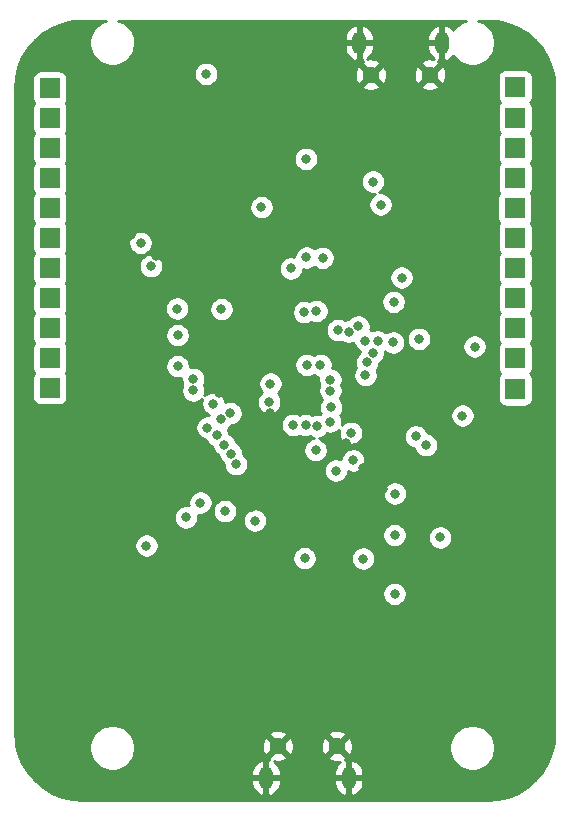
<source format=gbr>
%TF.GenerationSoftware,KiCad,Pcbnew,(5.1.6)-1*%
%TF.CreationDate,2022-06-17T09:40:27-05:00*%
%TF.ProjectId,ESP32-S2_Dev,45535033-322d-4533-925f-4465762e6b69,01*%
%TF.SameCoordinates,Original*%
%TF.FileFunction,Copper,L2,Inr*%
%TF.FilePolarity,Positive*%
%FSLAX46Y46*%
G04 Gerber Fmt 4.6, Leading zero omitted, Abs format (unit mm)*
G04 Created by KiCad (PCBNEW (5.1.6)-1) date 2022-06-17 09:40:27*
%MOMM*%
%LPD*%
G01*
G04 APERTURE LIST*
%TA.AperFunction,ViaPad*%
%ADD10R,1.700000X1.700000*%
%TD*%
%TA.AperFunction,ViaPad*%
%ADD11O,1.200000X1.900000*%
%TD*%
%TA.AperFunction,ViaPad*%
%ADD12C,1.450000*%
%TD*%
%TA.AperFunction,ViaPad*%
%ADD13C,0.800000*%
%TD*%
%TA.AperFunction,Conductor*%
%ADD14C,0.254000*%
%TD*%
G04 APERTURE END LIST*
D10*
%TO.N,/GPIO13*%
%TO.C,IO13*%
X100126800Y-95250000D03*
%TD*%
D11*
%TO.N,GND*%
%TO.C,UART1*%
X126310000Y-71120000D03*
X133310000Y-71120000D03*
D12*
X127310000Y-73820000D03*
X132310000Y-73820000D03*
%TD*%
D11*
%TO.N,GND*%
%TO.C,USB1*%
X125420000Y-133350000D03*
X118420000Y-133350000D03*
D12*
X124420000Y-130650000D03*
X119420000Y-130650000D03*
%TD*%
D10*
%TO.N,/DAC1*%
%TO.C,DAC1*%
X100126800Y-100330000D03*
%TD*%
%TO.N,/GPIO46*%
%TO.C,IO46*%
X100126800Y-77470000D03*
%TD*%
%TO.N,/GPIO45*%
%TO.C,IO45*%
X100126800Y-74955400D03*
%TD*%
%TO.N,/GPIO42*%
%TO.C,IO42*%
X139522200Y-74853800D03*
%TD*%
%TO.N,/GPIO41*%
%TO.C,IO41*%
X139522200Y-77470000D03*
%TD*%
%TO.N,/GPIO40*%
%TO.C,IO40*%
X139522200Y-80010000D03*
%TD*%
%TO.N,/GPIO39*%
%TO.C,IO39*%
X139522200Y-82550000D03*
%TD*%
%TO.N,/GPIO38*%
%TO.C,IO38*%
X139496800Y-85090000D03*
%TD*%
%TO.N,/GPIO37*%
%TO.C,IO37*%
X139522200Y-87630000D03*
%TD*%
%TO.N,/GPIO36*%
%TO.C,IO36*%
X139522200Y-90170000D03*
%TD*%
%TO.N,/GPIO35*%
%TO.C,IO35*%
X139522200Y-92710000D03*
%TD*%
%TO.N,/GPIO34*%
%TO.C,IO34*%
X139522200Y-95250000D03*
%TD*%
%TO.N,/GPIO33*%
%TO.C,IO33*%
X139522200Y-97790000D03*
%TD*%
%TO.N,/GPIO21*%
%TO.C,IO21*%
X139522200Y-100431600D03*
%TD*%
%TO.N,/GPIO14*%
%TO.C,IO14*%
X100126800Y-97790000D03*
%TD*%
%TO.N,/GPIO11*%
%TO.C,IO11*%
X100126800Y-92710000D03*
%TD*%
%TO.N,/GPIO10*%
%TO.C,IO10*%
X100126800Y-90170000D03*
%TD*%
%TO.N,/GPIO9*%
%TO.C,IO9*%
X100126800Y-87630000D03*
%TD*%
%TO.N,/GPIO8*%
%TO.C,IO8*%
X100126800Y-85090000D03*
%TD*%
%TO.N,/GPIO7*%
%TO.C,IO7*%
X100126800Y-82550000D03*
%TD*%
%TO.N,/GPIO6*%
%TO.C,IO6*%
X100126800Y-80010000D03*
%TD*%
D13*
%TO.N,/LD0_3P3*%
X110896400Y-93624400D03*
X108686600Y-90043000D03*
%TO.N,/USB_5P0*%
X107803751Y-88055649D03*
X117475000Y-111582200D03*
%TO.N,GND*%
X124783800Y-80811524D03*
X125194449Y-105026849D03*
X128447800Y-105206800D03*
X112598200Y-113284000D03*
X107721400Y-110972600D03*
X128371600Y-108915200D03*
X135204200Y-110947200D03*
X135305800Y-108407200D03*
X130683000Y-101625400D03*
X132892800Y-96215200D03*
X131394200Y-114808000D03*
X134975600Y-114960400D03*
X117271800Y-110439200D03*
X118465600Y-113284000D03*
X110642400Y-108813600D03*
X107579166Y-107604566D03*
X107010200Y-87376000D03*
X109093000Y-89154000D03*
X115544600Y-89941400D03*
X123063000Y-91592400D03*
X127914400Y-93446600D03*
X118788560Y-102471370D03*
X114427000Y-100761800D03*
X112039400Y-97685600D03*
X121037400Y-113131600D03*
X125826352Y-108514048D03*
X106070400Y-98526600D03*
X105943400Y-104343200D03*
X126619000Y-107086400D03*
X116967000Y-82778600D03*
X118821200Y-80467200D03*
X132765800Y-99288600D03*
%TO.N,/CP2102_VDD*%
X121793000Y-80949800D03*
X118033800Y-85039200D03*
%TO.N,/MCU_3P3*%
X120726200Y-103479600D03*
X125806200Y-106476800D03*
X110947200Y-95885000D03*
X121843758Y-89304000D03*
X124507183Y-95458455D03*
X129913548Y-91000748D03*
X129311400Y-112801400D03*
X129336800Y-109296200D03*
%TO.N,/RST_PROG*%
X112877600Y-110058200D03*
X129311400Y-117779800D03*
X108305600Y-113690400D03*
%TO.N,/USB_DP*%
X122631200Y-105613200D03*
X126657100Y-114795300D03*
%TO.N,/MCU_3P3A*%
X114935000Y-110769400D03*
X110947200Y-98501200D03*
%TO.N,/USB_DM*%
X122738014Y-103576834D03*
X121691400Y-114757200D03*
%TO.N,/MCU_3P3A_FILT*%
X112268000Y-99568000D03*
%TO.N,/GPIO6*%
X113969800Y-101688999D03*
%TO.N,/GPIO7*%
X115417600Y-102485601D03*
%TO.N,/GPIO8*%
X114579590Y-102996999D03*
%TO.N,/GPIO9*%
X113461800Y-103708200D03*
%TO.N,/GPIO10*%
X114300000Y-104362200D03*
%TO.N,/GPIO11*%
X114909600Y-105156000D03*
%TO.N,/GPIO13*%
X115448357Y-105915320D03*
%TO.N,/GPIO14*%
X115874800Y-106807000D03*
%TO.N,/GPIO21*%
X125603000Y-104140000D03*
%TO.N,/GPIO33*%
X123875524Y-100571574D03*
%TO.N,/GPIO34*%
X123869402Y-99644593D03*
%TO.N,/GPIO35*%
X126848110Y-99263711D03*
%TO.N,/GPIO36*%
X126995701Y-98191224D03*
%TO.N,/GPIO37*%
X127457200Y-97409000D03*
%TO.N,/GPIO38*%
X126847600Y-96342200D03*
%TO.N,/GPIO39*%
X126238281Y-95137623D03*
%TO.N,/GPIO40*%
X125425681Y-95583730D03*
%TO.N,/GPIO41*%
X123037600Y-98399600D03*
%TO.N,/GPIO42*%
X121869200Y-98393202D03*
%TO.N,/GPIO45*%
X120523001Y-90220800D03*
%TO.N,/GPIO46*%
X114655600Y-93675200D03*
%TO.N,/DAC1*%
X121777072Y-103504735D03*
%TO.N,/BOOT_PROG*%
X112268000Y-100558600D03*
X111633000Y-111302800D03*
X129235200Y-93065600D03*
X118802198Y-99974400D03*
%TO.N,/SPICS0*%
X124333000Y-107340400D03*
X123944605Y-101988841D03*
%TO.N,/SPICS1*%
X123825000Y-103200200D03*
X123215400Y-89331800D03*
%TO.N,/GPIO4*%
X113360200Y-73761600D03*
X118700642Y-101544898D03*
%TO.N,/UART_TX*%
X122687248Y-93832848D03*
X128134349Y-84817000D03*
%TO.N,/SPID*%
X127876399Y-96397317D03*
X131368800Y-96196100D03*
%TO.N,/SPIQ*%
X136093200Y-96850200D03*
X129184400Y-96494600D03*
%TO.N,/SPIWP*%
X133172200Y-113004600D03*
X131114800Y-104444800D03*
%TO.N,/SPIHD*%
X135057200Y-102692200D03*
X131953000Y-105181400D03*
%TO.N,/UART_RX*%
X127480349Y-82876447D03*
X121666000Y-93929200D03*
%TD*%
D14*
%TO.N,GND*%
G36*
X104843945Y-69253966D02*
G01*
X104490776Y-69400254D01*
X104172933Y-69612630D01*
X103902630Y-69882933D01*
X103690254Y-70200776D01*
X103543966Y-70553945D01*
X103469390Y-70928867D01*
X103469390Y-71311133D01*
X103543966Y-71686055D01*
X103690254Y-72039224D01*
X103902630Y-72357067D01*
X104172933Y-72627370D01*
X104490776Y-72839746D01*
X104843945Y-72986034D01*
X105218867Y-73060610D01*
X105601133Y-73060610D01*
X105976055Y-72986034D01*
X106329224Y-72839746D01*
X106647067Y-72627370D01*
X106917370Y-72357067D01*
X107129746Y-72039224D01*
X107276034Y-71686055D01*
X107350610Y-71311133D01*
X107350610Y-71247000D01*
X125075000Y-71247000D01*
X125075000Y-71597000D01*
X125123507Y-71835496D01*
X125217610Y-72059946D01*
X125353693Y-72261725D01*
X125526526Y-72433078D01*
X125729467Y-72567421D01*
X125954718Y-72659591D01*
X125992391Y-72663462D01*
X126183000Y-72538731D01*
X126183000Y-71247000D01*
X126437000Y-71247000D01*
X126437000Y-72538731D01*
X126610862Y-72652503D01*
X126550472Y-72880867D01*
X127310000Y-73640395D01*
X128069528Y-72880867D01*
X131550472Y-72880867D01*
X132310000Y-73640395D01*
X133069528Y-72880867D01*
X133009138Y-72652503D01*
X133183000Y-72538731D01*
X133183000Y-71247000D01*
X132075000Y-71247000D01*
X132075000Y-71597000D01*
X132123507Y-71835496D01*
X132217610Y-72059946D01*
X132353693Y-72261725D01*
X132526526Y-72433078D01*
X132621836Y-72496171D01*
X132504151Y-72467281D01*
X132236518Y-72455396D01*
X131971709Y-72495952D01*
X131719900Y-72587391D01*
X131612965Y-72644550D01*
X131550472Y-72880867D01*
X128069528Y-72880867D01*
X128007035Y-72644550D01*
X127764322Y-72531150D01*
X127504151Y-72467281D01*
X127236518Y-72455396D01*
X127006558Y-72490615D01*
X127093474Y-72433078D01*
X127266307Y-72261725D01*
X127402390Y-72059946D01*
X127496493Y-71835496D01*
X127545000Y-71597000D01*
X127545000Y-71247000D01*
X126437000Y-71247000D01*
X126183000Y-71247000D01*
X125075000Y-71247000D01*
X107350610Y-71247000D01*
X107350610Y-70928867D01*
X107293748Y-70643000D01*
X125075000Y-70643000D01*
X125075000Y-70993000D01*
X126183000Y-70993000D01*
X126183000Y-69701269D01*
X126437000Y-69701269D01*
X126437000Y-70993000D01*
X127545000Y-70993000D01*
X127545000Y-70643000D01*
X132075000Y-70643000D01*
X132075000Y-70993000D01*
X133183000Y-70993000D01*
X133183000Y-69701269D01*
X132992391Y-69576538D01*
X132954718Y-69580409D01*
X132729467Y-69672579D01*
X132526526Y-69806922D01*
X132353693Y-69978275D01*
X132217610Y-70180054D01*
X132123507Y-70404504D01*
X132075000Y-70643000D01*
X127545000Y-70643000D01*
X127496493Y-70404504D01*
X127402390Y-70180054D01*
X127266307Y-69978275D01*
X127093474Y-69806922D01*
X126890533Y-69672579D01*
X126665282Y-69580409D01*
X126627609Y-69576538D01*
X126437000Y-69701269D01*
X126183000Y-69701269D01*
X125992391Y-69576538D01*
X125954718Y-69580409D01*
X125729467Y-69672579D01*
X125526526Y-69806922D01*
X125353693Y-69978275D01*
X125217610Y-70180054D01*
X125123507Y-70404504D01*
X125075000Y-70643000D01*
X107293748Y-70643000D01*
X107276034Y-70553945D01*
X107129746Y-70200776D01*
X106917370Y-69882933D01*
X106647067Y-69612630D01*
X106329224Y-69400254D01*
X105976055Y-69253966D01*
X105905843Y-69240000D01*
X135394157Y-69240000D01*
X135323945Y-69253966D01*
X134970776Y-69400254D01*
X134652933Y-69612630D01*
X134382630Y-69882933D01*
X134292738Y-70017466D01*
X134266307Y-69978275D01*
X134093474Y-69806922D01*
X133890533Y-69672579D01*
X133665282Y-69580409D01*
X133627609Y-69576538D01*
X133437000Y-69701269D01*
X133437000Y-70993000D01*
X133457000Y-70993000D01*
X133457000Y-71247000D01*
X133437000Y-71247000D01*
X133437000Y-72538731D01*
X133627609Y-72663462D01*
X133665282Y-72659591D01*
X133890533Y-72567421D01*
X134093474Y-72433078D01*
X134266307Y-72261725D01*
X134292738Y-72222534D01*
X134382630Y-72357067D01*
X134652933Y-72627370D01*
X134970776Y-72839746D01*
X135323945Y-72986034D01*
X135698867Y-73060610D01*
X136081133Y-73060610D01*
X136456055Y-72986034D01*
X136809224Y-72839746D01*
X137127067Y-72627370D01*
X137397370Y-72357067D01*
X137609746Y-72039224D01*
X137756034Y-71686055D01*
X137830610Y-71311133D01*
X137830610Y-70928867D01*
X137756034Y-70553945D01*
X137609746Y-70200776D01*
X137397370Y-69882933D01*
X137127067Y-69612630D01*
X136809224Y-69400254D01*
X136456055Y-69253966D01*
X136385843Y-69240000D01*
X137134074Y-69240000D01*
X138049791Y-69312068D01*
X138917678Y-69520430D01*
X139742275Y-69861989D01*
X140503299Y-70328345D01*
X141181994Y-70908006D01*
X141761655Y-71586701D01*
X142228009Y-72347720D01*
X142569570Y-73172322D01*
X142777931Y-74040207D01*
X142850001Y-74955939D01*
X142850000Y-129514074D01*
X142777931Y-130429793D01*
X142569570Y-131297678D01*
X142228009Y-132122280D01*
X141761655Y-132883299D01*
X141181994Y-133561994D01*
X140503299Y-134141655D01*
X139742275Y-134608011D01*
X138917678Y-134949570D01*
X138049791Y-135157932D01*
X137134074Y-135230000D01*
X102895926Y-135230000D01*
X101980207Y-135157931D01*
X101112322Y-134949570D01*
X100287720Y-134608009D01*
X99526701Y-134141655D01*
X98848006Y-133561994D01*
X98775415Y-133477000D01*
X117185000Y-133477000D01*
X117185000Y-133827000D01*
X117233507Y-134065496D01*
X117327610Y-134289946D01*
X117463693Y-134491725D01*
X117636526Y-134663078D01*
X117839467Y-134797421D01*
X118064718Y-134889591D01*
X118102391Y-134893462D01*
X118293000Y-134768731D01*
X118293000Y-133477000D01*
X118547000Y-133477000D01*
X118547000Y-134768731D01*
X118737609Y-134893462D01*
X118775282Y-134889591D01*
X119000533Y-134797421D01*
X119203474Y-134663078D01*
X119376307Y-134491725D01*
X119512390Y-134289946D01*
X119606493Y-134065496D01*
X119655000Y-133827000D01*
X119655000Y-133477000D01*
X124185000Y-133477000D01*
X124185000Y-133827000D01*
X124233507Y-134065496D01*
X124327610Y-134289946D01*
X124463693Y-134491725D01*
X124636526Y-134663078D01*
X124839467Y-134797421D01*
X125064718Y-134889591D01*
X125102391Y-134893462D01*
X125293000Y-134768731D01*
X125293000Y-133477000D01*
X125547000Y-133477000D01*
X125547000Y-134768731D01*
X125737609Y-134893462D01*
X125775282Y-134889591D01*
X126000533Y-134797421D01*
X126203474Y-134663078D01*
X126376307Y-134491725D01*
X126512390Y-134289946D01*
X126606493Y-134065496D01*
X126655000Y-133827000D01*
X126655000Y-133477000D01*
X125547000Y-133477000D01*
X125293000Y-133477000D01*
X124185000Y-133477000D01*
X119655000Y-133477000D01*
X118547000Y-133477000D01*
X118293000Y-133477000D01*
X117185000Y-133477000D01*
X98775415Y-133477000D01*
X98268345Y-132883299D01*
X98262034Y-132873000D01*
X117185000Y-132873000D01*
X117185000Y-133223000D01*
X118293000Y-133223000D01*
X118293000Y-131931269D01*
X118547000Y-131931269D01*
X118547000Y-133223000D01*
X119655000Y-133223000D01*
X119655000Y-132873000D01*
X119606493Y-132634504D01*
X119512390Y-132410054D01*
X119376307Y-132208275D01*
X119203474Y-132036922D01*
X119108164Y-131973829D01*
X119225849Y-132002719D01*
X119493482Y-132014604D01*
X119758291Y-131974048D01*
X120010100Y-131882609D01*
X120117035Y-131825450D01*
X120179528Y-131589133D01*
X123660472Y-131589133D01*
X123722965Y-131825450D01*
X123965678Y-131938850D01*
X124225849Y-132002719D01*
X124493482Y-132014604D01*
X124723442Y-131979385D01*
X124636526Y-132036922D01*
X124463693Y-132208275D01*
X124327610Y-132410054D01*
X124233507Y-132634504D01*
X124185000Y-132873000D01*
X124185000Y-133223000D01*
X125293000Y-133223000D01*
X125293000Y-131931269D01*
X125547000Y-131931269D01*
X125547000Y-133223000D01*
X126655000Y-133223000D01*
X126655000Y-132873000D01*
X126606493Y-132634504D01*
X126512390Y-132410054D01*
X126376307Y-132208275D01*
X126203474Y-132036922D01*
X126000533Y-131902579D01*
X125775282Y-131810409D01*
X125737609Y-131806538D01*
X125547000Y-131931269D01*
X125293000Y-131931269D01*
X125119138Y-131817497D01*
X125179528Y-131589133D01*
X124420000Y-130829605D01*
X123660472Y-131589133D01*
X120179528Y-131589133D01*
X119420000Y-130829605D01*
X118660472Y-131589133D01*
X118720862Y-131817497D01*
X118547000Y-131931269D01*
X118293000Y-131931269D01*
X118102391Y-131806538D01*
X118064718Y-131810409D01*
X117839467Y-131902579D01*
X117636526Y-132036922D01*
X117463693Y-132208275D01*
X117327610Y-132410054D01*
X117233507Y-132634504D01*
X117185000Y-132873000D01*
X98262034Y-132873000D01*
X97801989Y-132122275D01*
X97460430Y-131297678D01*
X97297462Y-130618867D01*
X103469390Y-130618867D01*
X103469390Y-131001133D01*
X103543966Y-131376055D01*
X103690254Y-131729224D01*
X103902630Y-132047067D01*
X104172933Y-132317370D01*
X104490776Y-132529746D01*
X104843945Y-132676034D01*
X105218867Y-132750610D01*
X105601133Y-132750610D01*
X105976055Y-132676034D01*
X106329224Y-132529746D01*
X106647067Y-132317370D01*
X106917370Y-132047067D01*
X107129746Y-131729224D01*
X107276034Y-131376055D01*
X107350610Y-131001133D01*
X107350610Y-130723482D01*
X118055396Y-130723482D01*
X118095952Y-130988291D01*
X118187391Y-131240100D01*
X118244550Y-131347035D01*
X118480867Y-131409528D01*
X119240395Y-130650000D01*
X119599605Y-130650000D01*
X120359133Y-131409528D01*
X120595450Y-131347035D01*
X120708850Y-131104322D01*
X120772719Y-130844151D01*
X120778077Y-130723482D01*
X123055396Y-130723482D01*
X123095952Y-130988291D01*
X123187391Y-131240100D01*
X123244550Y-131347035D01*
X123480867Y-131409528D01*
X124240395Y-130650000D01*
X124599605Y-130650000D01*
X125359133Y-131409528D01*
X125595450Y-131347035D01*
X125708850Y-131104322D01*
X125772719Y-130844151D01*
X125782723Y-130618867D01*
X133949390Y-130618867D01*
X133949390Y-131001133D01*
X134023966Y-131376055D01*
X134170254Y-131729224D01*
X134382630Y-132047067D01*
X134652933Y-132317370D01*
X134970776Y-132529746D01*
X135323945Y-132676034D01*
X135698867Y-132750610D01*
X136081133Y-132750610D01*
X136456055Y-132676034D01*
X136809224Y-132529746D01*
X137127067Y-132317370D01*
X137397370Y-132047067D01*
X137609746Y-131729224D01*
X137756034Y-131376055D01*
X137830610Y-131001133D01*
X137830610Y-130618867D01*
X137756034Y-130243945D01*
X137609746Y-129890776D01*
X137397370Y-129572933D01*
X137127067Y-129302630D01*
X136809224Y-129090254D01*
X136456055Y-128943966D01*
X136081133Y-128869390D01*
X135698867Y-128869390D01*
X135323945Y-128943966D01*
X134970776Y-129090254D01*
X134652933Y-129302630D01*
X134382630Y-129572933D01*
X134170254Y-129890776D01*
X134023966Y-130243945D01*
X133949390Y-130618867D01*
X125782723Y-130618867D01*
X125784604Y-130576518D01*
X125744048Y-130311709D01*
X125652609Y-130059900D01*
X125595450Y-129952965D01*
X125359133Y-129890472D01*
X124599605Y-130650000D01*
X124240395Y-130650000D01*
X123480867Y-129890472D01*
X123244550Y-129952965D01*
X123131150Y-130195678D01*
X123067281Y-130455849D01*
X123055396Y-130723482D01*
X120778077Y-130723482D01*
X120784604Y-130576518D01*
X120744048Y-130311709D01*
X120652609Y-130059900D01*
X120595450Y-129952965D01*
X120359133Y-129890472D01*
X119599605Y-130650000D01*
X119240395Y-130650000D01*
X118480867Y-129890472D01*
X118244550Y-129952965D01*
X118131150Y-130195678D01*
X118067281Y-130455849D01*
X118055396Y-130723482D01*
X107350610Y-130723482D01*
X107350610Y-130618867D01*
X107276034Y-130243945D01*
X107129746Y-129890776D01*
X107009535Y-129710867D01*
X118660472Y-129710867D01*
X119420000Y-130470395D01*
X120179528Y-129710867D01*
X123660472Y-129710867D01*
X124420000Y-130470395D01*
X125179528Y-129710867D01*
X125117035Y-129474550D01*
X124874322Y-129361150D01*
X124614151Y-129297281D01*
X124346518Y-129285396D01*
X124081709Y-129325952D01*
X123829900Y-129417391D01*
X123722965Y-129474550D01*
X123660472Y-129710867D01*
X120179528Y-129710867D01*
X120117035Y-129474550D01*
X119874322Y-129361150D01*
X119614151Y-129297281D01*
X119346518Y-129285396D01*
X119081709Y-129325952D01*
X118829900Y-129417391D01*
X118722965Y-129474550D01*
X118660472Y-129710867D01*
X107009535Y-129710867D01*
X106917370Y-129572933D01*
X106647067Y-129302630D01*
X106329224Y-129090254D01*
X105976055Y-128943966D01*
X105601133Y-128869390D01*
X105218867Y-128869390D01*
X104843945Y-128943966D01*
X104490776Y-129090254D01*
X104172933Y-129302630D01*
X103902630Y-129572933D01*
X103690254Y-129890776D01*
X103543966Y-130243945D01*
X103469390Y-130618867D01*
X97297462Y-130618867D01*
X97252068Y-130429791D01*
X97180000Y-129514074D01*
X97180000Y-117677861D01*
X128276400Y-117677861D01*
X128276400Y-117881739D01*
X128316174Y-118081698D01*
X128394195Y-118270056D01*
X128507463Y-118439574D01*
X128651626Y-118583737D01*
X128821144Y-118697005D01*
X129009502Y-118775026D01*
X129209461Y-118814800D01*
X129413339Y-118814800D01*
X129613298Y-118775026D01*
X129801656Y-118697005D01*
X129971174Y-118583737D01*
X130115337Y-118439574D01*
X130228605Y-118270056D01*
X130306626Y-118081698D01*
X130346400Y-117881739D01*
X130346400Y-117677861D01*
X130306626Y-117477902D01*
X130228605Y-117289544D01*
X130115337Y-117120026D01*
X129971174Y-116975863D01*
X129801656Y-116862595D01*
X129613298Y-116784574D01*
X129413339Y-116744800D01*
X129209461Y-116744800D01*
X129009502Y-116784574D01*
X128821144Y-116862595D01*
X128651626Y-116975863D01*
X128507463Y-117120026D01*
X128394195Y-117289544D01*
X128316174Y-117477902D01*
X128276400Y-117677861D01*
X97180000Y-117677861D01*
X97180000Y-113588461D01*
X107270600Y-113588461D01*
X107270600Y-113792339D01*
X107310374Y-113992298D01*
X107388395Y-114180656D01*
X107501663Y-114350174D01*
X107645826Y-114494337D01*
X107815344Y-114607605D01*
X108003702Y-114685626D01*
X108203661Y-114725400D01*
X108407539Y-114725400D01*
X108607498Y-114685626D01*
X108680805Y-114655261D01*
X120656400Y-114655261D01*
X120656400Y-114859139D01*
X120696174Y-115059098D01*
X120774195Y-115247456D01*
X120887463Y-115416974D01*
X121031626Y-115561137D01*
X121201144Y-115674405D01*
X121389502Y-115752426D01*
X121589461Y-115792200D01*
X121793339Y-115792200D01*
X121993298Y-115752426D01*
X122181656Y-115674405D01*
X122351174Y-115561137D01*
X122495337Y-115416974D01*
X122608605Y-115247456D01*
X122686626Y-115059098D01*
X122726400Y-114859139D01*
X122726400Y-114693361D01*
X125622100Y-114693361D01*
X125622100Y-114897239D01*
X125661874Y-115097198D01*
X125739895Y-115285556D01*
X125853163Y-115455074D01*
X125997326Y-115599237D01*
X126166844Y-115712505D01*
X126355202Y-115790526D01*
X126555161Y-115830300D01*
X126759039Y-115830300D01*
X126958998Y-115790526D01*
X127147356Y-115712505D01*
X127316874Y-115599237D01*
X127461037Y-115455074D01*
X127574305Y-115285556D01*
X127652326Y-115097198D01*
X127692100Y-114897239D01*
X127692100Y-114693361D01*
X127652326Y-114493402D01*
X127574305Y-114305044D01*
X127461037Y-114135526D01*
X127316874Y-113991363D01*
X127147356Y-113878095D01*
X126958998Y-113800074D01*
X126759039Y-113760300D01*
X126555161Y-113760300D01*
X126355202Y-113800074D01*
X126166844Y-113878095D01*
X125997326Y-113991363D01*
X125853163Y-114135526D01*
X125739895Y-114305044D01*
X125661874Y-114493402D01*
X125622100Y-114693361D01*
X122726400Y-114693361D01*
X122726400Y-114655261D01*
X122686626Y-114455302D01*
X122608605Y-114266944D01*
X122495337Y-114097426D01*
X122351174Y-113953263D01*
X122181656Y-113839995D01*
X121993298Y-113761974D01*
X121793339Y-113722200D01*
X121589461Y-113722200D01*
X121389502Y-113761974D01*
X121201144Y-113839995D01*
X121031626Y-113953263D01*
X120887463Y-114097426D01*
X120774195Y-114266944D01*
X120696174Y-114455302D01*
X120656400Y-114655261D01*
X108680805Y-114655261D01*
X108795856Y-114607605D01*
X108965374Y-114494337D01*
X109109537Y-114350174D01*
X109222805Y-114180656D01*
X109300826Y-113992298D01*
X109340600Y-113792339D01*
X109340600Y-113588461D01*
X109300826Y-113388502D01*
X109222805Y-113200144D01*
X109109537Y-113030626D01*
X108965374Y-112886463D01*
X108795856Y-112773195D01*
X108617848Y-112699461D01*
X128276400Y-112699461D01*
X128276400Y-112903339D01*
X128316174Y-113103298D01*
X128394195Y-113291656D01*
X128507463Y-113461174D01*
X128651626Y-113605337D01*
X128821144Y-113718605D01*
X129009502Y-113796626D01*
X129209461Y-113836400D01*
X129413339Y-113836400D01*
X129613298Y-113796626D01*
X129801656Y-113718605D01*
X129971174Y-113605337D01*
X130115337Y-113461174D01*
X130228605Y-113291656D01*
X130306626Y-113103298D01*
X130346400Y-112903339D01*
X130346400Y-112902661D01*
X132137200Y-112902661D01*
X132137200Y-113106539D01*
X132176974Y-113306498D01*
X132254995Y-113494856D01*
X132368263Y-113664374D01*
X132512426Y-113808537D01*
X132681944Y-113921805D01*
X132870302Y-113999826D01*
X133070261Y-114039600D01*
X133274139Y-114039600D01*
X133474098Y-113999826D01*
X133662456Y-113921805D01*
X133831974Y-113808537D01*
X133976137Y-113664374D01*
X134089405Y-113494856D01*
X134167426Y-113306498D01*
X134207200Y-113106539D01*
X134207200Y-112902661D01*
X134167426Y-112702702D01*
X134089405Y-112514344D01*
X133976137Y-112344826D01*
X133831974Y-112200663D01*
X133662456Y-112087395D01*
X133474098Y-112009374D01*
X133274139Y-111969600D01*
X133070261Y-111969600D01*
X132870302Y-112009374D01*
X132681944Y-112087395D01*
X132512426Y-112200663D01*
X132368263Y-112344826D01*
X132254995Y-112514344D01*
X132176974Y-112702702D01*
X132137200Y-112902661D01*
X130346400Y-112902661D01*
X130346400Y-112699461D01*
X130306626Y-112499502D01*
X130228605Y-112311144D01*
X130115337Y-112141626D01*
X129971174Y-111997463D01*
X129801656Y-111884195D01*
X129613298Y-111806174D01*
X129413339Y-111766400D01*
X129209461Y-111766400D01*
X129009502Y-111806174D01*
X128821144Y-111884195D01*
X128651626Y-111997463D01*
X128507463Y-112141626D01*
X128394195Y-112311144D01*
X128316174Y-112499502D01*
X128276400Y-112699461D01*
X108617848Y-112699461D01*
X108607498Y-112695174D01*
X108407539Y-112655400D01*
X108203661Y-112655400D01*
X108003702Y-112695174D01*
X107815344Y-112773195D01*
X107645826Y-112886463D01*
X107501663Y-113030626D01*
X107388395Y-113200144D01*
X107310374Y-113388502D01*
X107270600Y-113588461D01*
X97180000Y-113588461D01*
X97180000Y-111200861D01*
X110598000Y-111200861D01*
X110598000Y-111404739D01*
X110637774Y-111604698D01*
X110715795Y-111793056D01*
X110829063Y-111962574D01*
X110973226Y-112106737D01*
X111142744Y-112220005D01*
X111331102Y-112298026D01*
X111531061Y-112337800D01*
X111734939Y-112337800D01*
X111934898Y-112298026D01*
X112123256Y-112220005D01*
X112292774Y-112106737D01*
X112436937Y-111962574D01*
X112550205Y-111793056D01*
X112628226Y-111604698D01*
X112668000Y-111404739D01*
X112668000Y-111200861D01*
X112641268Y-111066468D01*
X112775661Y-111093200D01*
X112979539Y-111093200D01*
X113179498Y-111053426D01*
X113367856Y-110975405D01*
X113537374Y-110862137D01*
X113681537Y-110717974D01*
X113715288Y-110667461D01*
X113900000Y-110667461D01*
X113900000Y-110871339D01*
X113939774Y-111071298D01*
X114017795Y-111259656D01*
X114131063Y-111429174D01*
X114275226Y-111573337D01*
X114444744Y-111686605D01*
X114633102Y-111764626D01*
X114833061Y-111804400D01*
X115036939Y-111804400D01*
X115236898Y-111764626D01*
X115425256Y-111686605D01*
X115594774Y-111573337D01*
X115687850Y-111480261D01*
X116440000Y-111480261D01*
X116440000Y-111684139D01*
X116479774Y-111884098D01*
X116557795Y-112072456D01*
X116671063Y-112241974D01*
X116815226Y-112386137D01*
X116984744Y-112499405D01*
X117173102Y-112577426D01*
X117373061Y-112617200D01*
X117576939Y-112617200D01*
X117776898Y-112577426D01*
X117965256Y-112499405D01*
X118134774Y-112386137D01*
X118278937Y-112241974D01*
X118392205Y-112072456D01*
X118470226Y-111884098D01*
X118510000Y-111684139D01*
X118510000Y-111480261D01*
X118470226Y-111280302D01*
X118392205Y-111091944D01*
X118278937Y-110922426D01*
X118134774Y-110778263D01*
X117965256Y-110664995D01*
X117776898Y-110586974D01*
X117576939Y-110547200D01*
X117373061Y-110547200D01*
X117173102Y-110586974D01*
X116984744Y-110664995D01*
X116815226Y-110778263D01*
X116671063Y-110922426D01*
X116557795Y-111091944D01*
X116479774Y-111280302D01*
X116440000Y-111480261D01*
X115687850Y-111480261D01*
X115738937Y-111429174D01*
X115852205Y-111259656D01*
X115930226Y-111071298D01*
X115970000Y-110871339D01*
X115970000Y-110667461D01*
X115930226Y-110467502D01*
X115852205Y-110279144D01*
X115738937Y-110109626D01*
X115594774Y-109965463D01*
X115425256Y-109852195D01*
X115236898Y-109774174D01*
X115036939Y-109734400D01*
X114833061Y-109734400D01*
X114633102Y-109774174D01*
X114444744Y-109852195D01*
X114275226Y-109965463D01*
X114131063Y-110109626D01*
X114017795Y-110279144D01*
X113939774Y-110467502D01*
X113900000Y-110667461D01*
X113715288Y-110667461D01*
X113794805Y-110548456D01*
X113872826Y-110360098D01*
X113912600Y-110160139D01*
X113912600Y-109956261D01*
X113872826Y-109756302D01*
X113794805Y-109567944D01*
X113681537Y-109398426D01*
X113537374Y-109254263D01*
X113447575Y-109194261D01*
X128301800Y-109194261D01*
X128301800Y-109398139D01*
X128341574Y-109598098D01*
X128419595Y-109786456D01*
X128532863Y-109955974D01*
X128677026Y-110100137D01*
X128846544Y-110213405D01*
X129034902Y-110291426D01*
X129234861Y-110331200D01*
X129438739Y-110331200D01*
X129638698Y-110291426D01*
X129827056Y-110213405D01*
X129996574Y-110100137D01*
X130140737Y-109955974D01*
X130254005Y-109786456D01*
X130332026Y-109598098D01*
X130371800Y-109398139D01*
X130371800Y-109194261D01*
X130332026Y-108994302D01*
X130254005Y-108805944D01*
X130140737Y-108636426D01*
X129996574Y-108492263D01*
X129827056Y-108378995D01*
X129638698Y-108300974D01*
X129438739Y-108261200D01*
X129234861Y-108261200D01*
X129034902Y-108300974D01*
X128846544Y-108378995D01*
X128677026Y-108492263D01*
X128532863Y-108636426D01*
X128419595Y-108805944D01*
X128341574Y-108994302D01*
X128301800Y-109194261D01*
X113447575Y-109194261D01*
X113367856Y-109140995D01*
X113179498Y-109062974D01*
X112979539Y-109023200D01*
X112775661Y-109023200D01*
X112575702Y-109062974D01*
X112387344Y-109140995D01*
X112217826Y-109254263D01*
X112073663Y-109398426D01*
X111960395Y-109567944D01*
X111882374Y-109756302D01*
X111842600Y-109956261D01*
X111842600Y-110160139D01*
X111869332Y-110294532D01*
X111734939Y-110267800D01*
X111531061Y-110267800D01*
X111331102Y-110307574D01*
X111142744Y-110385595D01*
X110973226Y-110498863D01*
X110829063Y-110643026D01*
X110715795Y-110812544D01*
X110637774Y-111000902D01*
X110598000Y-111200861D01*
X97180000Y-111200861D01*
X97180000Y-74955926D01*
X97246937Y-74105400D01*
X98638728Y-74105400D01*
X98638728Y-75805400D01*
X98650988Y-75929882D01*
X98687298Y-76049580D01*
X98746263Y-76159894D01*
X98789600Y-76212700D01*
X98746263Y-76265506D01*
X98687298Y-76375820D01*
X98650988Y-76495518D01*
X98638728Y-76620000D01*
X98638728Y-78320000D01*
X98650988Y-78444482D01*
X98687298Y-78564180D01*
X98746263Y-78674494D01*
X98800022Y-78740000D01*
X98746263Y-78805506D01*
X98687298Y-78915820D01*
X98650988Y-79035518D01*
X98638728Y-79160000D01*
X98638728Y-80860000D01*
X98650988Y-80984482D01*
X98687298Y-81104180D01*
X98746263Y-81214494D01*
X98800022Y-81280000D01*
X98746263Y-81345506D01*
X98687298Y-81455820D01*
X98650988Y-81575518D01*
X98638728Y-81700000D01*
X98638728Y-83400000D01*
X98650988Y-83524482D01*
X98687298Y-83644180D01*
X98746263Y-83754494D01*
X98800022Y-83820000D01*
X98746263Y-83885506D01*
X98687298Y-83995820D01*
X98650988Y-84115518D01*
X98638728Y-84240000D01*
X98638728Y-85940000D01*
X98650988Y-86064482D01*
X98687298Y-86184180D01*
X98746263Y-86294494D01*
X98800022Y-86360000D01*
X98746263Y-86425506D01*
X98687298Y-86535820D01*
X98650988Y-86655518D01*
X98638728Y-86780000D01*
X98638728Y-88480000D01*
X98650988Y-88604482D01*
X98687298Y-88724180D01*
X98746263Y-88834494D01*
X98800022Y-88900000D01*
X98746263Y-88965506D01*
X98687298Y-89075820D01*
X98650988Y-89195518D01*
X98638728Y-89320000D01*
X98638728Y-91020000D01*
X98650988Y-91144482D01*
X98687298Y-91264180D01*
X98746263Y-91374494D01*
X98800022Y-91440000D01*
X98746263Y-91505506D01*
X98687298Y-91615820D01*
X98650988Y-91735518D01*
X98638728Y-91860000D01*
X98638728Y-93560000D01*
X98650988Y-93684482D01*
X98687298Y-93804180D01*
X98746263Y-93914494D01*
X98800022Y-93980000D01*
X98746263Y-94045506D01*
X98687298Y-94155820D01*
X98650988Y-94275518D01*
X98638728Y-94400000D01*
X98638728Y-96100000D01*
X98650988Y-96224482D01*
X98687298Y-96344180D01*
X98746263Y-96454494D01*
X98800022Y-96520000D01*
X98746263Y-96585506D01*
X98687298Y-96695820D01*
X98650988Y-96815518D01*
X98638728Y-96940000D01*
X98638728Y-98640000D01*
X98650988Y-98764482D01*
X98687298Y-98884180D01*
X98746263Y-98994494D01*
X98800022Y-99060000D01*
X98746263Y-99125506D01*
X98687298Y-99235820D01*
X98650988Y-99355518D01*
X98638728Y-99480000D01*
X98638728Y-101180000D01*
X98650988Y-101304482D01*
X98687298Y-101424180D01*
X98746263Y-101534494D01*
X98825615Y-101631185D01*
X98922306Y-101710537D01*
X99032620Y-101769502D01*
X99152318Y-101805812D01*
X99276800Y-101818072D01*
X100976800Y-101818072D01*
X101101282Y-101805812D01*
X101220980Y-101769502D01*
X101331294Y-101710537D01*
X101427985Y-101631185D01*
X101507337Y-101534494D01*
X101566302Y-101424180D01*
X101602612Y-101304482D01*
X101614872Y-101180000D01*
X101614872Y-99480000D01*
X101602612Y-99355518D01*
X101566302Y-99235820D01*
X101507337Y-99125506D01*
X101453578Y-99060000D01*
X101507337Y-98994494D01*
X101566302Y-98884180D01*
X101602612Y-98764482D01*
X101614872Y-98640000D01*
X101614872Y-98399261D01*
X109912200Y-98399261D01*
X109912200Y-98603139D01*
X109951974Y-98803098D01*
X110029995Y-98991456D01*
X110143263Y-99160974D01*
X110287426Y-99305137D01*
X110456944Y-99418405D01*
X110645302Y-99496426D01*
X110845261Y-99536200D01*
X111049139Y-99536200D01*
X111233000Y-99499628D01*
X111233000Y-99669939D01*
X111272774Y-99869898D01*
X111350795Y-100058256D01*
X111354165Y-100063300D01*
X111350795Y-100068344D01*
X111272774Y-100256702D01*
X111233000Y-100456661D01*
X111233000Y-100660539D01*
X111272774Y-100860498D01*
X111350795Y-101048856D01*
X111464063Y-101218374D01*
X111608226Y-101362537D01*
X111777744Y-101475805D01*
X111966102Y-101553826D01*
X112166061Y-101593600D01*
X112369939Y-101593600D01*
X112569898Y-101553826D01*
X112758256Y-101475805D01*
X112927774Y-101362537D01*
X113025037Y-101265274D01*
X112974574Y-101387101D01*
X112934800Y-101587060D01*
X112934800Y-101790938D01*
X112974574Y-101990897D01*
X113052595Y-102179255D01*
X113165863Y-102348773D01*
X113310026Y-102492936D01*
X113479544Y-102606204D01*
X113600443Y-102656282D01*
X113591175Y-102678657D01*
X113563739Y-102673200D01*
X113359861Y-102673200D01*
X113159902Y-102712974D01*
X112971544Y-102790995D01*
X112802026Y-102904263D01*
X112657863Y-103048426D01*
X112544595Y-103217944D01*
X112466574Y-103406302D01*
X112426800Y-103606261D01*
X112426800Y-103810139D01*
X112466574Y-104010098D01*
X112544595Y-104198456D01*
X112657863Y-104367974D01*
X112802026Y-104512137D01*
X112971544Y-104625405D01*
X113159902Y-104703426D01*
X113335535Y-104738361D01*
X113382795Y-104852456D01*
X113496063Y-105021974D01*
X113640226Y-105166137D01*
X113809744Y-105279405D01*
X113885077Y-105310609D01*
X113914374Y-105457898D01*
X113992395Y-105646256D01*
X114105663Y-105815774D01*
X114249826Y-105959937D01*
X114419344Y-106073205D01*
X114424947Y-106075526D01*
X114453131Y-106217218D01*
X114531152Y-106405576D01*
X114644420Y-106575094D01*
X114788583Y-106719257D01*
X114839800Y-106753479D01*
X114839800Y-106908939D01*
X114879574Y-107108898D01*
X114957595Y-107297256D01*
X115070863Y-107466774D01*
X115215026Y-107610937D01*
X115384544Y-107724205D01*
X115572902Y-107802226D01*
X115772861Y-107842000D01*
X115976739Y-107842000D01*
X116176698Y-107802226D01*
X116365056Y-107724205D01*
X116534574Y-107610937D01*
X116678737Y-107466774D01*
X116792005Y-107297256D01*
X116816358Y-107238461D01*
X123298000Y-107238461D01*
X123298000Y-107442339D01*
X123337774Y-107642298D01*
X123415795Y-107830656D01*
X123529063Y-108000174D01*
X123673226Y-108144337D01*
X123842744Y-108257605D01*
X124031102Y-108335626D01*
X124231061Y-108375400D01*
X124434939Y-108375400D01*
X124634898Y-108335626D01*
X124823256Y-108257605D01*
X124992774Y-108144337D01*
X125136937Y-108000174D01*
X125250205Y-107830656D01*
X125328226Y-107642298D01*
X125368000Y-107442339D01*
X125368000Y-107415567D01*
X125504302Y-107472026D01*
X125704261Y-107511800D01*
X125908139Y-107511800D01*
X126108098Y-107472026D01*
X126296456Y-107394005D01*
X126465974Y-107280737D01*
X126610137Y-107136574D01*
X126723405Y-106967056D01*
X126801426Y-106778698D01*
X126841200Y-106578739D01*
X126841200Y-106374861D01*
X126801426Y-106174902D01*
X126723405Y-105986544D01*
X126610137Y-105817026D01*
X126465974Y-105672863D01*
X126296456Y-105559595D01*
X126108098Y-105481574D01*
X125908139Y-105441800D01*
X125704261Y-105441800D01*
X125504302Y-105481574D01*
X125315944Y-105559595D01*
X125146426Y-105672863D01*
X125002263Y-105817026D01*
X124888995Y-105986544D01*
X124810974Y-106174902D01*
X124771200Y-106374861D01*
X124771200Y-106401633D01*
X124634898Y-106345174D01*
X124434939Y-106305400D01*
X124231061Y-106305400D01*
X124031102Y-106345174D01*
X123842744Y-106423195D01*
X123673226Y-106536463D01*
X123529063Y-106680626D01*
X123415795Y-106850144D01*
X123337774Y-107038502D01*
X123298000Y-107238461D01*
X116816358Y-107238461D01*
X116870026Y-107108898D01*
X116909800Y-106908939D01*
X116909800Y-106705061D01*
X116870026Y-106505102D01*
X116792005Y-106316744D01*
X116678737Y-106147226D01*
X116534574Y-106003063D01*
X116483357Y-105968841D01*
X116483357Y-105813381D01*
X116443583Y-105613422D01*
X116365562Y-105425064D01*
X116252294Y-105255546D01*
X116108131Y-105111383D01*
X115938613Y-104998115D01*
X115933010Y-104995794D01*
X115904826Y-104854102D01*
X115826805Y-104665744D01*
X115713537Y-104496226D01*
X115569374Y-104352063D01*
X115399856Y-104238795D01*
X115324523Y-104207591D01*
X115295226Y-104060302D01*
X115217205Y-103871944D01*
X115191243Y-103833089D01*
X115239364Y-103800936D01*
X115383527Y-103656773D01*
X115474514Y-103520601D01*
X115519539Y-103520601D01*
X115719498Y-103480827D01*
X115907856Y-103402806D01*
X115945488Y-103377661D01*
X119691200Y-103377661D01*
X119691200Y-103581539D01*
X119730974Y-103781498D01*
X119808995Y-103969856D01*
X119922263Y-104139374D01*
X120066426Y-104283537D01*
X120235944Y-104396805D01*
X120424302Y-104474826D01*
X120624261Y-104514600D01*
X120828139Y-104514600D01*
X121028098Y-104474826D01*
X121216456Y-104396805D01*
X121232827Y-104385866D01*
X121286816Y-104421940D01*
X121475174Y-104499961D01*
X121675133Y-104539735D01*
X121879011Y-104539735D01*
X122078970Y-104499961D01*
X122188636Y-104454535D01*
X122247758Y-104494039D01*
X122436116Y-104572060D01*
X122498123Y-104584394D01*
X122329302Y-104617974D01*
X122140944Y-104695995D01*
X121971426Y-104809263D01*
X121827263Y-104953426D01*
X121713995Y-105122944D01*
X121635974Y-105311302D01*
X121596200Y-105511261D01*
X121596200Y-105715139D01*
X121635974Y-105915098D01*
X121713995Y-106103456D01*
X121827263Y-106272974D01*
X121971426Y-106417137D01*
X122140944Y-106530405D01*
X122329302Y-106608426D01*
X122529261Y-106648200D01*
X122733139Y-106648200D01*
X122933098Y-106608426D01*
X123121456Y-106530405D01*
X123290974Y-106417137D01*
X123435137Y-106272974D01*
X123548405Y-106103456D01*
X123626426Y-105915098D01*
X123666200Y-105715139D01*
X123666200Y-105511261D01*
X123626426Y-105311302D01*
X123548405Y-105122944D01*
X123435137Y-104953426D01*
X123290974Y-104809263D01*
X123121456Y-104695995D01*
X122933098Y-104617974D01*
X122871091Y-104605640D01*
X123039912Y-104572060D01*
X123228270Y-104494039D01*
X123397788Y-104380771D01*
X123541951Y-104236608D01*
X123564028Y-104203567D01*
X123723061Y-104235200D01*
X123926939Y-104235200D01*
X124126898Y-104195426D01*
X124315256Y-104117405D01*
X124484774Y-104004137D01*
X124597088Y-103891823D01*
X124568000Y-104038061D01*
X124568000Y-104241939D01*
X124607774Y-104441898D01*
X124685795Y-104630256D01*
X124799063Y-104799774D01*
X124943226Y-104943937D01*
X125112744Y-105057205D01*
X125301102Y-105135226D01*
X125501061Y-105175000D01*
X125704939Y-105175000D01*
X125904898Y-105135226D01*
X126093256Y-105057205D01*
X126262774Y-104943937D01*
X126406937Y-104799774D01*
X126520205Y-104630256D01*
X126598226Y-104441898D01*
X126617925Y-104342861D01*
X130079800Y-104342861D01*
X130079800Y-104546739D01*
X130119574Y-104746698D01*
X130197595Y-104935056D01*
X130310863Y-105104574D01*
X130455026Y-105248737D01*
X130624544Y-105362005D01*
X130812902Y-105440026D01*
X130954780Y-105468247D01*
X130957774Y-105483298D01*
X131035795Y-105671656D01*
X131149063Y-105841174D01*
X131293226Y-105985337D01*
X131462744Y-106098605D01*
X131651102Y-106176626D01*
X131851061Y-106216400D01*
X132054939Y-106216400D01*
X132254898Y-106176626D01*
X132443256Y-106098605D01*
X132612774Y-105985337D01*
X132756937Y-105841174D01*
X132870205Y-105671656D01*
X132948226Y-105483298D01*
X132988000Y-105283339D01*
X132988000Y-105079461D01*
X132948226Y-104879502D01*
X132870205Y-104691144D01*
X132756937Y-104521626D01*
X132612774Y-104377463D01*
X132443256Y-104264195D01*
X132254898Y-104186174D01*
X132113020Y-104157953D01*
X132110026Y-104142902D01*
X132032005Y-103954544D01*
X131918737Y-103785026D01*
X131774574Y-103640863D01*
X131605056Y-103527595D01*
X131416698Y-103449574D01*
X131216739Y-103409800D01*
X131012861Y-103409800D01*
X130812902Y-103449574D01*
X130624544Y-103527595D01*
X130455026Y-103640863D01*
X130310863Y-103785026D01*
X130197595Y-103954544D01*
X130119574Y-104142902D01*
X130079800Y-104342861D01*
X126617925Y-104342861D01*
X126638000Y-104241939D01*
X126638000Y-104038061D01*
X126598226Y-103838102D01*
X126520205Y-103649744D01*
X126406937Y-103480226D01*
X126262774Y-103336063D01*
X126093256Y-103222795D01*
X125904898Y-103144774D01*
X125704939Y-103105000D01*
X125501061Y-103105000D01*
X125301102Y-103144774D01*
X125112744Y-103222795D01*
X124943226Y-103336063D01*
X124830912Y-103448377D01*
X124860000Y-103302139D01*
X124860000Y-103098261D01*
X124820226Y-102898302D01*
X124742205Y-102709944D01*
X124720178Y-102676979D01*
X124748542Y-102648615D01*
X124787532Y-102590261D01*
X134022200Y-102590261D01*
X134022200Y-102794139D01*
X134061974Y-102994098D01*
X134139995Y-103182456D01*
X134253263Y-103351974D01*
X134397426Y-103496137D01*
X134566944Y-103609405D01*
X134755302Y-103687426D01*
X134955261Y-103727200D01*
X135159139Y-103727200D01*
X135359098Y-103687426D01*
X135547456Y-103609405D01*
X135716974Y-103496137D01*
X135861137Y-103351974D01*
X135974405Y-103182456D01*
X136052426Y-102994098D01*
X136092200Y-102794139D01*
X136092200Y-102590261D01*
X136052426Y-102390302D01*
X135974405Y-102201944D01*
X135861137Y-102032426D01*
X135716974Y-101888263D01*
X135547456Y-101774995D01*
X135359098Y-101696974D01*
X135159139Y-101657200D01*
X134955261Y-101657200D01*
X134755302Y-101696974D01*
X134566944Y-101774995D01*
X134397426Y-101888263D01*
X134253263Y-102032426D01*
X134139995Y-102201944D01*
X134061974Y-102390302D01*
X134022200Y-102590261D01*
X124787532Y-102590261D01*
X124861810Y-102479097D01*
X124939831Y-102290739D01*
X124979605Y-102090780D01*
X124979605Y-101886902D01*
X124939831Y-101686943D01*
X124861810Y-101498585D01*
X124748542Y-101329067D01*
X124665142Y-101245667D01*
X124679461Y-101231348D01*
X124792729Y-101061830D01*
X124870750Y-100873472D01*
X124910524Y-100673513D01*
X124910524Y-100469635D01*
X124870750Y-100269676D01*
X124800755Y-100100694D01*
X124864628Y-99946491D01*
X124904402Y-99746532D01*
X124904402Y-99542654D01*
X124864628Y-99342695D01*
X124786607Y-99154337D01*
X124673339Y-98984819D01*
X124529176Y-98840656D01*
X124359658Y-98727388D01*
X124171300Y-98649367D01*
X124048071Y-98624855D01*
X124072600Y-98501539D01*
X124072600Y-98297661D01*
X124032826Y-98097702D01*
X123954805Y-97909344D01*
X123841537Y-97739826D01*
X123697374Y-97595663D01*
X123527856Y-97482395D01*
X123339498Y-97404374D01*
X123139539Y-97364600D01*
X122935661Y-97364600D01*
X122735702Y-97404374D01*
X122547344Y-97482395D01*
X122458188Y-97541967D01*
X122359456Y-97475997D01*
X122171098Y-97397976D01*
X121971139Y-97358202D01*
X121767261Y-97358202D01*
X121567302Y-97397976D01*
X121378944Y-97475997D01*
X121209426Y-97589265D01*
X121065263Y-97733428D01*
X120951995Y-97902946D01*
X120873974Y-98091304D01*
X120834200Y-98291263D01*
X120834200Y-98495141D01*
X120873974Y-98695100D01*
X120951995Y-98883458D01*
X121065263Y-99052976D01*
X121209426Y-99197139D01*
X121378944Y-99310407D01*
X121567302Y-99388428D01*
X121767261Y-99428202D01*
X121971139Y-99428202D01*
X122171098Y-99388428D01*
X122359456Y-99310407D01*
X122448612Y-99250835D01*
X122547344Y-99316805D01*
X122735702Y-99394826D01*
X122858931Y-99419338D01*
X122834402Y-99542654D01*
X122834402Y-99746532D01*
X122874176Y-99946491D01*
X122944171Y-100115473D01*
X122880298Y-100269676D01*
X122840524Y-100469635D01*
X122840524Y-100673513D01*
X122880298Y-100873472D01*
X122958319Y-101061830D01*
X123071587Y-101231348D01*
X123154987Y-101314748D01*
X123140668Y-101329067D01*
X123027400Y-101498585D01*
X122949379Y-101686943D01*
X122909605Y-101886902D01*
X122909605Y-102090780D01*
X122949379Y-102290739D01*
X123027400Y-102479097D01*
X123049427Y-102512062D01*
X123021063Y-102540426D01*
X122998986Y-102573467D01*
X122839953Y-102541834D01*
X122636075Y-102541834D01*
X122436116Y-102581608D01*
X122326450Y-102627034D01*
X122267328Y-102587530D01*
X122078970Y-102509509D01*
X121879011Y-102469735D01*
X121675133Y-102469735D01*
X121475174Y-102509509D01*
X121286816Y-102587530D01*
X121270445Y-102598469D01*
X121216456Y-102562395D01*
X121028098Y-102484374D01*
X120828139Y-102444600D01*
X120624261Y-102444600D01*
X120424302Y-102484374D01*
X120235944Y-102562395D01*
X120066426Y-102675663D01*
X119922263Y-102819826D01*
X119808995Y-102989344D01*
X119730974Y-103177702D01*
X119691200Y-103377661D01*
X115945488Y-103377661D01*
X116077374Y-103289538D01*
X116221537Y-103145375D01*
X116334805Y-102975857D01*
X116412826Y-102787499D01*
X116452600Y-102587540D01*
X116452600Y-102383662D01*
X116412826Y-102183703D01*
X116334805Y-101995345D01*
X116221537Y-101825827D01*
X116077374Y-101681664D01*
X115907856Y-101568396D01*
X115719498Y-101490375D01*
X115519539Y-101450601D01*
X115315661Y-101450601D01*
X115115702Y-101490375D01*
X114995474Y-101540175D01*
X114976137Y-101442959D01*
X117665642Y-101442959D01*
X117665642Y-101646837D01*
X117705416Y-101846796D01*
X117783437Y-102035154D01*
X117896705Y-102204672D01*
X118040868Y-102348835D01*
X118210386Y-102462103D01*
X118398744Y-102540124D01*
X118598703Y-102579898D01*
X118802581Y-102579898D01*
X119002540Y-102540124D01*
X119190898Y-102462103D01*
X119360416Y-102348835D01*
X119504579Y-102204672D01*
X119617847Y-102035154D01*
X119695868Y-101846796D01*
X119735642Y-101646837D01*
X119735642Y-101442959D01*
X119695868Y-101243000D01*
X119617847Y-101054642D01*
X119504579Y-100885124D01*
X119423499Y-100804044D01*
X119461972Y-100778337D01*
X119606135Y-100634174D01*
X119719403Y-100464656D01*
X119797424Y-100276298D01*
X119837198Y-100076339D01*
X119837198Y-99872461D01*
X119797424Y-99672502D01*
X119719403Y-99484144D01*
X119606135Y-99314626D01*
X119461972Y-99170463D01*
X119292454Y-99057195D01*
X119104096Y-98979174D01*
X118904137Y-98939400D01*
X118700259Y-98939400D01*
X118500300Y-98979174D01*
X118311942Y-99057195D01*
X118142424Y-99170463D01*
X117998261Y-99314626D01*
X117884993Y-99484144D01*
X117806972Y-99672502D01*
X117767198Y-99872461D01*
X117767198Y-100076339D01*
X117806972Y-100276298D01*
X117884993Y-100464656D01*
X117998261Y-100634174D01*
X118079341Y-100715254D01*
X118040868Y-100740961D01*
X117896705Y-100885124D01*
X117783437Y-101054642D01*
X117705416Y-101243000D01*
X117665642Y-101442959D01*
X114976137Y-101442959D01*
X114965026Y-101387101D01*
X114887005Y-101198743D01*
X114773737Y-101029225D01*
X114629574Y-100885062D01*
X114460056Y-100771794D01*
X114271698Y-100693773D01*
X114071739Y-100653999D01*
X113867861Y-100653999D01*
X113667902Y-100693773D01*
X113479544Y-100771794D01*
X113310026Y-100885062D01*
X113212763Y-100982325D01*
X113263226Y-100860498D01*
X113303000Y-100660539D01*
X113303000Y-100456661D01*
X113263226Y-100256702D01*
X113185205Y-100068344D01*
X113181835Y-100063300D01*
X113185205Y-100058256D01*
X113263226Y-99869898D01*
X113303000Y-99669939D01*
X113303000Y-99466061D01*
X113263226Y-99266102D01*
X113185205Y-99077744D01*
X113071937Y-98908226D01*
X112927774Y-98764063D01*
X112758256Y-98650795D01*
X112569898Y-98572774D01*
X112369939Y-98533000D01*
X112166061Y-98533000D01*
X111982200Y-98569572D01*
X111982200Y-98399261D01*
X111942426Y-98199302D01*
X111864405Y-98010944D01*
X111751137Y-97841426D01*
X111606974Y-97697263D01*
X111437456Y-97583995D01*
X111249098Y-97505974D01*
X111049139Y-97466200D01*
X110845261Y-97466200D01*
X110645302Y-97505974D01*
X110456944Y-97583995D01*
X110287426Y-97697263D01*
X110143263Y-97841426D01*
X110029995Y-98010944D01*
X109951974Y-98199302D01*
X109912200Y-98399261D01*
X101614872Y-98399261D01*
X101614872Y-96940000D01*
X101602612Y-96815518D01*
X101566302Y-96695820D01*
X101507337Y-96585506D01*
X101453578Y-96520000D01*
X101507337Y-96454494D01*
X101566302Y-96344180D01*
X101602612Y-96224482D01*
X101614872Y-96100000D01*
X101614872Y-95783061D01*
X109912200Y-95783061D01*
X109912200Y-95986939D01*
X109951974Y-96186898D01*
X110029995Y-96375256D01*
X110143263Y-96544774D01*
X110287426Y-96688937D01*
X110456944Y-96802205D01*
X110645302Y-96880226D01*
X110845261Y-96920000D01*
X111049139Y-96920000D01*
X111249098Y-96880226D01*
X111437456Y-96802205D01*
X111606974Y-96688937D01*
X111751137Y-96544774D01*
X111864405Y-96375256D01*
X111942426Y-96186898D01*
X111982200Y-95986939D01*
X111982200Y-95783061D01*
X111942426Y-95583102D01*
X111864405Y-95394744D01*
X111838862Y-95356516D01*
X123472183Y-95356516D01*
X123472183Y-95560394D01*
X123511957Y-95760353D01*
X123589978Y-95948711D01*
X123703246Y-96118229D01*
X123847409Y-96262392D01*
X124016927Y-96375660D01*
X124205285Y-96453681D01*
X124405244Y-96493455D01*
X124609122Y-96493455D01*
X124809081Y-96453681D01*
X124843418Y-96439458D01*
X124935425Y-96500935D01*
X125123783Y-96578956D01*
X125323742Y-96618730D01*
X125527620Y-96618730D01*
X125727579Y-96578956D01*
X125830903Y-96536157D01*
X125852374Y-96644098D01*
X125930395Y-96832456D01*
X126043663Y-97001974D01*
X126187826Y-97146137D01*
X126357344Y-97259405D01*
X126426021Y-97287852D01*
X126422200Y-97307061D01*
X126422200Y-97329641D01*
X126335927Y-97387287D01*
X126191764Y-97531450D01*
X126078496Y-97700968D01*
X126000475Y-97889326D01*
X125960701Y-98089285D01*
X125960701Y-98293163D01*
X126000475Y-98493122D01*
X126045731Y-98602379D01*
X126044173Y-98603937D01*
X125930905Y-98773455D01*
X125852884Y-98961813D01*
X125813110Y-99161772D01*
X125813110Y-99365650D01*
X125852884Y-99565609D01*
X125930905Y-99753967D01*
X126044173Y-99923485D01*
X126188336Y-100067648D01*
X126357854Y-100180916D01*
X126546212Y-100258937D01*
X126746171Y-100298711D01*
X126950049Y-100298711D01*
X127150008Y-100258937D01*
X127338366Y-100180916D01*
X127507884Y-100067648D01*
X127652047Y-99923485D01*
X127765315Y-99753967D01*
X127843336Y-99565609D01*
X127883110Y-99365650D01*
X127883110Y-99161772D01*
X127843336Y-98961813D01*
X127798080Y-98852556D01*
X127799638Y-98850998D01*
X127912906Y-98681480D01*
X127990927Y-98493122D01*
X128030701Y-98293163D01*
X128030701Y-98270583D01*
X128116974Y-98212937D01*
X128261137Y-98068774D01*
X128374405Y-97899256D01*
X128452426Y-97710898D01*
X128492200Y-97510939D01*
X128492200Y-97307061D01*
X128482032Y-97255943D01*
X128524626Y-97298537D01*
X128694144Y-97411805D01*
X128882502Y-97489826D01*
X129082461Y-97529600D01*
X129286339Y-97529600D01*
X129486298Y-97489826D01*
X129674656Y-97411805D01*
X129844174Y-97298537D01*
X129988337Y-97154374D01*
X130101605Y-96984856D01*
X130179626Y-96796498D01*
X130219400Y-96596539D01*
X130219400Y-96392661D01*
X130179626Y-96192702D01*
X130138809Y-96094161D01*
X130333800Y-96094161D01*
X130333800Y-96298039D01*
X130373574Y-96497998D01*
X130451595Y-96686356D01*
X130564863Y-96855874D01*
X130709026Y-97000037D01*
X130878544Y-97113305D01*
X131066902Y-97191326D01*
X131266861Y-97231100D01*
X131470739Y-97231100D01*
X131670698Y-97191326D01*
X131859056Y-97113305D01*
X132028574Y-97000037D01*
X132172737Y-96855874D01*
X132244641Y-96748261D01*
X135058200Y-96748261D01*
X135058200Y-96952139D01*
X135097974Y-97152098D01*
X135175995Y-97340456D01*
X135289263Y-97509974D01*
X135433426Y-97654137D01*
X135602944Y-97767405D01*
X135791302Y-97845426D01*
X135991261Y-97885200D01*
X136195139Y-97885200D01*
X136395098Y-97845426D01*
X136583456Y-97767405D01*
X136752974Y-97654137D01*
X136897137Y-97509974D01*
X137010405Y-97340456D01*
X137088426Y-97152098D01*
X137128200Y-96952139D01*
X137128200Y-96748261D01*
X137088426Y-96548302D01*
X137010405Y-96359944D01*
X136897137Y-96190426D01*
X136752974Y-96046263D01*
X136583456Y-95932995D01*
X136395098Y-95854974D01*
X136195139Y-95815200D01*
X135991261Y-95815200D01*
X135791302Y-95854974D01*
X135602944Y-95932995D01*
X135433426Y-96046263D01*
X135289263Y-96190426D01*
X135175995Y-96359944D01*
X135097974Y-96548302D01*
X135058200Y-96748261D01*
X132244641Y-96748261D01*
X132286005Y-96686356D01*
X132364026Y-96497998D01*
X132403800Y-96298039D01*
X132403800Y-96094161D01*
X132364026Y-95894202D01*
X132286005Y-95705844D01*
X132172737Y-95536326D01*
X132028574Y-95392163D01*
X131859056Y-95278895D01*
X131670698Y-95200874D01*
X131470739Y-95161100D01*
X131266861Y-95161100D01*
X131066902Y-95200874D01*
X130878544Y-95278895D01*
X130709026Y-95392163D01*
X130564863Y-95536326D01*
X130451595Y-95705844D01*
X130373574Y-95894202D01*
X130333800Y-96094161D01*
X130138809Y-96094161D01*
X130101605Y-96004344D01*
X129988337Y-95834826D01*
X129844174Y-95690663D01*
X129674656Y-95577395D01*
X129486298Y-95499374D01*
X129286339Y-95459600D01*
X129082461Y-95459600D01*
X128882502Y-95499374D01*
X128694144Y-95577395D01*
X128589865Y-95647072D01*
X128536173Y-95593380D01*
X128366655Y-95480112D01*
X128178297Y-95402091D01*
X127978338Y-95362317D01*
X127774460Y-95362317D01*
X127574501Y-95402091D01*
X127407256Y-95471367D01*
X127337856Y-95424995D01*
X127244120Y-95386168D01*
X127273281Y-95239562D01*
X127273281Y-95035684D01*
X127233507Y-94835725D01*
X127155486Y-94647367D01*
X127042218Y-94477849D01*
X126898055Y-94333686D01*
X126728537Y-94220418D01*
X126540179Y-94142397D01*
X126340220Y-94102623D01*
X126136342Y-94102623D01*
X125936383Y-94142397D01*
X125748025Y-94220418D01*
X125578507Y-94333686D01*
X125434344Y-94477849D01*
X125386983Y-94548730D01*
X125323742Y-94548730D01*
X125123783Y-94588504D01*
X125089446Y-94602727D01*
X124997439Y-94541250D01*
X124809081Y-94463229D01*
X124609122Y-94423455D01*
X124405244Y-94423455D01*
X124205285Y-94463229D01*
X124016927Y-94541250D01*
X123847409Y-94654518D01*
X123703246Y-94798681D01*
X123589978Y-94968199D01*
X123511957Y-95156557D01*
X123472183Y-95356516D01*
X111838862Y-95356516D01*
X111751137Y-95225226D01*
X111606974Y-95081063D01*
X111437456Y-94967795D01*
X111249098Y-94889774D01*
X111049139Y-94850000D01*
X110845261Y-94850000D01*
X110645302Y-94889774D01*
X110456944Y-94967795D01*
X110287426Y-95081063D01*
X110143263Y-95225226D01*
X110029995Y-95394744D01*
X109951974Y-95583102D01*
X109912200Y-95783061D01*
X101614872Y-95783061D01*
X101614872Y-94400000D01*
X101602612Y-94275518D01*
X101566302Y-94155820D01*
X101507337Y-94045506D01*
X101453578Y-93980000D01*
X101507337Y-93914494D01*
X101566302Y-93804180D01*
X101602612Y-93684482D01*
X101614872Y-93560000D01*
X101614872Y-93522461D01*
X109861400Y-93522461D01*
X109861400Y-93726339D01*
X109901174Y-93926298D01*
X109979195Y-94114656D01*
X110092463Y-94284174D01*
X110236626Y-94428337D01*
X110406144Y-94541605D01*
X110594502Y-94619626D01*
X110794461Y-94659400D01*
X110998339Y-94659400D01*
X111198298Y-94619626D01*
X111386656Y-94541605D01*
X111556174Y-94428337D01*
X111700337Y-94284174D01*
X111813605Y-94114656D01*
X111891626Y-93926298D01*
X111931400Y-93726339D01*
X111931400Y-93573261D01*
X113620600Y-93573261D01*
X113620600Y-93777139D01*
X113660374Y-93977098D01*
X113738395Y-94165456D01*
X113851663Y-94334974D01*
X113995826Y-94479137D01*
X114165344Y-94592405D01*
X114353702Y-94670426D01*
X114553661Y-94710200D01*
X114757539Y-94710200D01*
X114957498Y-94670426D01*
X115145856Y-94592405D01*
X115315374Y-94479137D01*
X115459537Y-94334974D01*
X115572805Y-94165456D01*
X115650826Y-93977098D01*
X115680630Y-93827261D01*
X120631000Y-93827261D01*
X120631000Y-94031139D01*
X120670774Y-94231098D01*
X120748795Y-94419456D01*
X120862063Y-94588974D01*
X121006226Y-94733137D01*
X121175744Y-94846405D01*
X121364102Y-94924426D01*
X121564061Y-94964200D01*
X121767939Y-94964200D01*
X121967898Y-94924426D01*
X122156256Y-94846405D01*
X122260863Y-94776509D01*
X122385350Y-94828074D01*
X122585309Y-94867848D01*
X122789187Y-94867848D01*
X122989146Y-94828074D01*
X123177504Y-94750053D01*
X123347022Y-94636785D01*
X123491185Y-94492622D01*
X123604453Y-94323104D01*
X123682474Y-94134746D01*
X123722248Y-93934787D01*
X123722248Y-93730909D01*
X123682474Y-93530950D01*
X123604453Y-93342592D01*
X123491185Y-93173074D01*
X123347022Y-93028911D01*
X123249369Y-92963661D01*
X128200200Y-92963661D01*
X128200200Y-93167539D01*
X128239974Y-93367498D01*
X128317995Y-93555856D01*
X128431263Y-93725374D01*
X128575426Y-93869537D01*
X128744944Y-93982805D01*
X128933302Y-94060826D01*
X129133261Y-94100600D01*
X129337139Y-94100600D01*
X129537098Y-94060826D01*
X129725456Y-93982805D01*
X129894974Y-93869537D01*
X130039137Y-93725374D01*
X130152405Y-93555856D01*
X130230426Y-93367498D01*
X130270200Y-93167539D01*
X130270200Y-92963661D01*
X130230426Y-92763702D01*
X130152405Y-92575344D01*
X130039137Y-92405826D01*
X129894974Y-92261663D01*
X129725456Y-92148395D01*
X129537098Y-92070374D01*
X129337139Y-92030600D01*
X129133261Y-92030600D01*
X128933302Y-92070374D01*
X128744944Y-92148395D01*
X128575426Y-92261663D01*
X128431263Y-92405826D01*
X128317995Y-92575344D01*
X128239974Y-92763702D01*
X128200200Y-92963661D01*
X123249369Y-92963661D01*
X123177504Y-92915643D01*
X122989146Y-92837622D01*
X122789187Y-92797848D01*
X122585309Y-92797848D01*
X122385350Y-92837622D01*
X122196992Y-92915643D01*
X122092385Y-92985539D01*
X121967898Y-92933974D01*
X121767939Y-92894200D01*
X121564061Y-92894200D01*
X121364102Y-92933974D01*
X121175744Y-93011995D01*
X121006226Y-93125263D01*
X120862063Y-93269426D01*
X120748795Y-93438944D01*
X120670774Y-93627302D01*
X120631000Y-93827261D01*
X115680630Y-93827261D01*
X115690600Y-93777139D01*
X115690600Y-93573261D01*
X115650826Y-93373302D01*
X115572805Y-93184944D01*
X115459537Y-93015426D01*
X115315374Y-92871263D01*
X115145856Y-92757995D01*
X114957498Y-92679974D01*
X114757539Y-92640200D01*
X114553661Y-92640200D01*
X114353702Y-92679974D01*
X114165344Y-92757995D01*
X113995826Y-92871263D01*
X113851663Y-93015426D01*
X113738395Y-93184944D01*
X113660374Y-93373302D01*
X113620600Y-93573261D01*
X111931400Y-93573261D01*
X111931400Y-93522461D01*
X111891626Y-93322502D01*
X111813605Y-93134144D01*
X111700337Y-92964626D01*
X111556174Y-92820463D01*
X111386656Y-92707195D01*
X111198298Y-92629174D01*
X110998339Y-92589400D01*
X110794461Y-92589400D01*
X110594502Y-92629174D01*
X110406144Y-92707195D01*
X110236626Y-92820463D01*
X110092463Y-92964626D01*
X109979195Y-93134144D01*
X109901174Y-93322502D01*
X109861400Y-93522461D01*
X101614872Y-93522461D01*
X101614872Y-91860000D01*
X101602612Y-91735518D01*
X101566302Y-91615820D01*
X101507337Y-91505506D01*
X101453578Y-91440000D01*
X101507337Y-91374494D01*
X101566302Y-91264180D01*
X101602612Y-91144482D01*
X101614872Y-91020000D01*
X101614872Y-89941061D01*
X107651600Y-89941061D01*
X107651600Y-90144939D01*
X107691374Y-90344898D01*
X107769395Y-90533256D01*
X107882663Y-90702774D01*
X108026826Y-90846937D01*
X108196344Y-90960205D01*
X108384702Y-91038226D01*
X108584661Y-91078000D01*
X108788539Y-91078000D01*
X108988498Y-91038226D01*
X109176856Y-90960205D01*
X109346374Y-90846937D01*
X109490537Y-90702774D01*
X109603805Y-90533256D01*
X109681826Y-90344898D01*
X109721600Y-90144939D01*
X109721600Y-90118861D01*
X119488001Y-90118861D01*
X119488001Y-90322739D01*
X119527775Y-90522698D01*
X119605796Y-90711056D01*
X119719064Y-90880574D01*
X119863227Y-91024737D01*
X120032745Y-91138005D01*
X120221103Y-91216026D01*
X120421062Y-91255800D01*
X120624940Y-91255800D01*
X120824899Y-91216026D01*
X121013257Y-91138005D01*
X121182775Y-91024737D01*
X121308703Y-90898809D01*
X128878548Y-90898809D01*
X128878548Y-91102687D01*
X128918322Y-91302646D01*
X128996343Y-91491004D01*
X129109611Y-91660522D01*
X129253774Y-91804685D01*
X129423292Y-91917953D01*
X129611650Y-91995974D01*
X129811609Y-92035748D01*
X130015487Y-92035748D01*
X130215446Y-91995974D01*
X130403804Y-91917953D01*
X130573322Y-91804685D01*
X130717485Y-91660522D01*
X130830753Y-91491004D01*
X130908774Y-91302646D01*
X130948548Y-91102687D01*
X130948548Y-90898809D01*
X130908774Y-90698850D01*
X130830753Y-90510492D01*
X130717485Y-90340974D01*
X130573322Y-90196811D01*
X130403804Y-90083543D01*
X130215446Y-90005522D01*
X130015487Y-89965748D01*
X129811609Y-89965748D01*
X129611650Y-90005522D01*
X129423292Y-90083543D01*
X129253774Y-90196811D01*
X129109611Y-90340974D01*
X128996343Y-90510492D01*
X128918322Y-90698850D01*
X128878548Y-90898809D01*
X121308703Y-90898809D01*
X121326938Y-90880574D01*
X121440206Y-90711056D01*
X121518227Y-90522698D01*
X121558001Y-90322739D01*
X121558001Y-90302437D01*
X121741819Y-90339000D01*
X121945697Y-90339000D01*
X122145656Y-90299226D01*
X122334014Y-90221205D01*
X122503532Y-90107937D01*
X122515679Y-90095790D01*
X122555626Y-90135737D01*
X122725144Y-90249005D01*
X122913502Y-90327026D01*
X123113461Y-90366800D01*
X123317339Y-90366800D01*
X123517298Y-90327026D01*
X123705656Y-90249005D01*
X123875174Y-90135737D01*
X124019337Y-89991574D01*
X124132605Y-89822056D01*
X124210626Y-89633698D01*
X124250400Y-89433739D01*
X124250400Y-89229861D01*
X124210626Y-89029902D01*
X124132605Y-88841544D01*
X124019337Y-88672026D01*
X123875174Y-88527863D01*
X123705656Y-88414595D01*
X123517298Y-88336574D01*
X123317339Y-88296800D01*
X123113461Y-88296800D01*
X122913502Y-88336574D01*
X122725144Y-88414595D01*
X122555626Y-88527863D01*
X122543479Y-88540010D01*
X122503532Y-88500063D01*
X122334014Y-88386795D01*
X122145656Y-88308774D01*
X121945697Y-88269000D01*
X121741819Y-88269000D01*
X121541860Y-88308774D01*
X121353502Y-88386795D01*
X121183984Y-88500063D01*
X121039821Y-88644226D01*
X120926553Y-88813744D01*
X120848532Y-89002102D01*
X120808758Y-89202061D01*
X120808758Y-89222363D01*
X120624940Y-89185800D01*
X120421062Y-89185800D01*
X120221103Y-89225574D01*
X120032745Y-89303595D01*
X119863227Y-89416863D01*
X119719064Y-89561026D01*
X119605796Y-89730544D01*
X119527775Y-89918902D01*
X119488001Y-90118861D01*
X109721600Y-90118861D01*
X109721600Y-89941061D01*
X109681826Y-89741102D01*
X109603805Y-89552744D01*
X109490537Y-89383226D01*
X109346374Y-89239063D01*
X109176856Y-89125795D01*
X108988498Y-89047774D01*
X108788539Y-89008000D01*
X108584661Y-89008000D01*
X108384702Y-89047774D01*
X108196344Y-89125795D01*
X108026826Y-89239063D01*
X107882663Y-89383226D01*
X107769395Y-89552744D01*
X107691374Y-89741102D01*
X107651600Y-89941061D01*
X101614872Y-89941061D01*
X101614872Y-89320000D01*
X101602612Y-89195518D01*
X101566302Y-89075820D01*
X101507337Y-88965506D01*
X101453578Y-88900000D01*
X101507337Y-88834494D01*
X101566302Y-88724180D01*
X101602612Y-88604482D01*
X101614872Y-88480000D01*
X101614872Y-87953710D01*
X106768751Y-87953710D01*
X106768751Y-88157588D01*
X106808525Y-88357547D01*
X106886546Y-88545905D01*
X106999814Y-88715423D01*
X107143977Y-88859586D01*
X107313495Y-88972854D01*
X107501853Y-89050875D01*
X107701812Y-89090649D01*
X107905690Y-89090649D01*
X108105649Y-89050875D01*
X108294007Y-88972854D01*
X108463525Y-88859586D01*
X108607688Y-88715423D01*
X108720956Y-88545905D01*
X108798977Y-88357547D01*
X108838751Y-88157588D01*
X108838751Y-87953710D01*
X108798977Y-87753751D01*
X108720956Y-87565393D01*
X108607688Y-87395875D01*
X108463525Y-87251712D01*
X108294007Y-87138444D01*
X108105649Y-87060423D01*
X107905690Y-87020649D01*
X107701812Y-87020649D01*
X107501853Y-87060423D01*
X107313495Y-87138444D01*
X107143977Y-87251712D01*
X106999814Y-87395875D01*
X106886546Y-87565393D01*
X106808525Y-87753751D01*
X106768751Y-87953710D01*
X101614872Y-87953710D01*
X101614872Y-86780000D01*
X101602612Y-86655518D01*
X101566302Y-86535820D01*
X101507337Y-86425506D01*
X101453578Y-86360000D01*
X101507337Y-86294494D01*
X101566302Y-86184180D01*
X101602612Y-86064482D01*
X101614872Y-85940000D01*
X101614872Y-84937261D01*
X116998800Y-84937261D01*
X116998800Y-85141139D01*
X117038574Y-85341098D01*
X117116595Y-85529456D01*
X117229863Y-85698974D01*
X117374026Y-85843137D01*
X117543544Y-85956405D01*
X117731902Y-86034426D01*
X117931861Y-86074200D01*
X118135739Y-86074200D01*
X118335698Y-86034426D01*
X118524056Y-85956405D01*
X118693574Y-85843137D01*
X118837737Y-85698974D01*
X118951005Y-85529456D01*
X119029026Y-85341098D01*
X119068800Y-85141139D01*
X119068800Y-84937261D01*
X119029026Y-84737302D01*
X118951005Y-84548944D01*
X118837737Y-84379426D01*
X118693574Y-84235263D01*
X118524056Y-84121995D01*
X118335698Y-84043974D01*
X118135739Y-84004200D01*
X117931861Y-84004200D01*
X117731902Y-84043974D01*
X117543544Y-84121995D01*
X117374026Y-84235263D01*
X117229863Y-84379426D01*
X117116595Y-84548944D01*
X117038574Y-84737302D01*
X116998800Y-84937261D01*
X101614872Y-84937261D01*
X101614872Y-84240000D01*
X101602612Y-84115518D01*
X101566302Y-83995820D01*
X101507337Y-83885506D01*
X101453578Y-83820000D01*
X101507337Y-83754494D01*
X101566302Y-83644180D01*
X101602612Y-83524482D01*
X101614872Y-83400000D01*
X101614872Y-82774508D01*
X126445349Y-82774508D01*
X126445349Y-82978386D01*
X126485123Y-83178345D01*
X126563144Y-83366703D01*
X126676412Y-83536221D01*
X126820575Y-83680384D01*
X126990093Y-83793652D01*
X127178451Y-83871673D01*
X127378410Y-83911447D01*
X127582288Y-83911447D01*
X127647073Y-83898561D01*
X127644093Y-83899795D01*
X127474575Y-84013063D01*
X127330412Y-84157226D01*
X127217144Y-84326744D01*
X127139123Y-84515102D01*
X127099349Y-84715061D01*
X127099349Y-84918939D01*
X127139123Y-85118898D01*
X127217144Y-85307256D01*
X127330412Y-85476774D01*
X127474575Y-85620937D01*
X127644093Y-85734205D01*
X127832451Y-85812226D01*
X128032410Y-85852000D01*
X128236288Y-85852000D01*
X128436247Y-85812226D01*
X128624605Y-85734205D01*
X128794123Y-85620937D01*
X128938286Y-85476774D01*
X129051554Y-85307256D01*
X129129575Y-85118898D01*
X129169349Y-84918939D01*
X129169349Y-84715061D01*
X129129575Y-84515102D01*
X129051554Y-84326744D01*
X128993594Y-84240000D01*
X138008728Y-84240000D01*
X138008728Y-85940000D01*
X138020988Y-86064482D01*
X138057298Y-86184180D01*
X138116263Y-86294494D01*
X138182722Y-86375475D01*
X138141663Y-86425506D01*
X138082698Y-86535820D01*
X138046388Y-86655518D01*
X138034128Y-86780000D01*
X138034128Y-88480000D01*
X138046388Y-88604482D01*
X138082698Y-88724180D01*
X138141663Y-88834494D01*
X138195422Y-88900000D01*
X138141663Y-88965506D01*
X138082698Y-89075820D01*
X138046388Y-89195518D01*
X138034128Y-89320000D01*
X138034128Y-91020000D01*
X138046388Y-91144482D01*
X138082698Y-91264180D01*
X138141663Y-91374494D01*
X138195422Y-91440000D01*
X138141663Y-91505506D01*
X138082698Y-91615820D01*
X138046388Y-91735518D01*
X138034128Y-91860000D01*
X138034128Y-93560000D01*
X138046388Y-93684482D01*
X138082698Y-93804180D01*
X138141663Y-93914494D01*
X138195422Y-93980000D01*
X138141663Y-94045506D01*
X138082698Y-94155820D01*
X138046388Y-94275518D01*
X138034128Y-94400000D01*
X138034128Y-96100000D01*
X138046388Y-96224482D01*
X138082698Y-96344180D01*
X138141663Y-96454494D01*
X138195422Y-96520000D01*
X138141663Y-96585506D01*
X138082698Y-96695820D01*
X138046388Y-96815518D01*
X138034128Y-96940000D01*
X138034128Y-98640000D01*
X138046388Y-98764482D01*
X138082698Y-98884180D01*
X138141663Y-98994494D01*
X138221015Y-99091185D01*
X138244916Y-99110800D01*
X138221015Y-99130415D01*
X138141663Y-99227106D01*
X138082698Y-99337420D01*
X138046388Y-99457118D01*
X138034128Y-99581600D01*
X138034128Y-101281600D01*
X138046388Y-101406082D01*
X138082698Y-101525780D01*
X138141663Y-101636094D01*
X138221015Y-101732785D01*
X138317706Y-101812137D01*
X138428020Y-101871102D01*
X138547718Y-101907412D01*
X138672200Y-101919672D01*
X140372200Y-101919672D01*
X140496682Y-101907412D01*
X140616380Y-101871102D01*
X140726694Y-101812137D01*
X140823385Y-101732785D01*
X140902737Y-101636094D01*
X140961702Y-101525780D01*
X140998012Y-101406082D01*
X141010272Y-101281600D01*
X141010272Y-99581600D01*
X140998012Y-99457118D01*
X140961702Y-99337420D01*
X140902737Y-99227106D01*
X140823385Y-99130415D01*
X140799484Y-99110800D01*
X140823385Y-99091185D01*
X140902737Y-98994494D01*
X140961702Y-98884180D01*
X140998012Y-98764482D01*
X141010272Y-98640000D01*
X141010272Y-96940000D01*
X140998012Y-96815518D01*
X140961702Y-96695820D01*
X140902737Y-96585506D01*
X140848978Y-96520000D01*
X140902737Y-96454494D01*
X140961702Y-96344180D01*
X140998012Y-96224482D01*
X141010272Y-96100000D01*
X141010272Y-94400000D01*
X140998012Y-94275518D01*
X140961702Y-94155820D01*
X140902737Y-94045506D01*
X140848978Y-93980000D01*
X140902737Y-93914494D01*
X140961702Y-93804180D01*
X140998012Y-93684482D01*
X141010272Y-93560000D01*
X141010272Y-91860000D01*
X140998012Y-91735518D01*
X140961702Y-91615820D01*
X140902737Y-91505506D01*
X140848978Y-91440000D01*
X140902737Y-91374494D01*
X140961702Y-91264180D01*
X140998012Y-91144482D01*
X141010272Y-91020000D01*
X141010272Y-89320000D01*
X140998012Y-89195518D01*
X140961702Y-89075820D01*
X140902737Y-88965506D01*
X140848978Y-88900000D01*
X140902737Y-88834494D01*
X140961702Y-88724180D01*
X140998012Y-88604482D01*
X141010272Y-88480000D01*
X141010272Y-86780000D01*
X140998012Y-86655518D01*
X140961702Y-86535820D01*
X140902737Y-86425506D01*
X140836278Y-86344525D01*
X140877337Y-86294494D01*
X140936302Y-86184180D01*
X140972612Y-86064482D01*
X140984872Y-85940000D01*
X140984872Y-84240000D01*
X140972612Y-84115518D01*
X140936302Y-83995820D01*
X140877337Y-83885506D01*
X140836278Y-83835475D01*
X140902737Y-83754494D01*
X140961702Y-83644180D01*
X140998012Y-83524482D01*
X141010272Y-83400000D01*
X141010272Y-81700000D01*
X140998012Y-81575518D01*
X140961702Y-81455820D01*
X140902737Y-81345506D01*
X140848978Y-81280000D01*
X140902737Y-81214494D01*
X140961702Y-81104180D01*
X140998012Y-80984482D01*
X141010272Y-80860000D01*
X141010272Y-79160000D01*
X140998012Y-79035518D01*
X140961702Y-78915820D01*
X140902737Y-78805506D01*
X140848978Y-78740000D01*
X140902737Y-78674494D01*
X140961702Y-78564180D01*
X140998012Y-78444482D01*
X141010272Y-78320000D01*
X141010272Y-76620000D01*
X140998012Y-76495518D01*
X140961702Y-76375820D01*
X140902737Y-76265506D01*
X140823385Y-76168815D01*
X140814959Y-76161900D01*
X140823385Y-76154985D01*
X140902737Y-76058294D01*
X140961702Y-75947980D01*
X140998012Y-75828282D01*
X141010272Y-75703800D01*
X141010272Y-74003800D01*
X140998012Y-73879318D01*
X140961702Y-73759620D01*
X140902737Y-73649306D01*
X140823385Y-73552615D01*
X140726694Y-73473263D01*
X140616380Y-73414298D01*
X140496682Y-73377988D01*
X140372200Y-73365728D01*
X138672200Y-73365728D01*
X138547718Y-73377988D01*
X138428020Y-73414298D01*
X138317706Y-73473263D01*
X138221015Y-73552615D01*
X138141663Y-73649306D01*
X138082698Y-73759620D01*
X138046388Y-73879318D01*
X138034128Y-74003800D01*
X138034128Y-75703800D01*
X138046388Y-75828282D01*
X138082698Y-75947980D01*
X138141663Y-76058294D01*
X138221015Y-76154985D01*
X138229441Y-76161900D01*
X138221015Y-76168815D01*
X138141663Y-76265506D01*
X138082698Y-76375820D01*
X138046388Y-76495518D01*
X138034128Y-76620000D01*
X138034128Y-78320000D01*
X138046388Y-78444482D01*
X138082698Y-78564180D01*
X138141663Y-78674494D01*
X138195422Y-78740000D01*
X138141663Y-78805506D01*
X138082698Y-78915820D01*
X138046388Y-79035518D01*
X138034128Y-79160000D01*
X138034128Y-80860000D01*
X138046388Y-80984482D01*
X138082698Y-81104180D01*
X138141663Y-81214494D01*
X138195422Y-81280000D01*
X138141663Y-81345506D01*
X138082698Y-81455820D01*
X138046388Y-81575518D01*
X138034128Y-81700000D01*
X138034128Y-83400000D01*
X138046388Y-83524482D01*
X138082698Y-83644180D01*
X138141663Y-83754494D01*
X138182722Y-83804525D01*
X138116263Y-83885506D01*
X138057298Y-83995820D01*
X138020988Y-84115518D01*
X138008728Y-84240000D01*
X128993594Y-84240000D01*
X128938286Y-84157226D01*
X128794123Y-84013063D01*
X128624605Y-83899795D01*
X128436247Y-83821774D01*
X128236288Y-83782000D01*
X128032410Y-83782000D01*
X127967625Y-83794886D01*
X127970605Y-83793652D01*
X128140123Y-83680384D01*
X128284286Y-83536221D01*
X128397554Y-83366703D01*
X128475575Y-83178345D01*
X128515349Y-82978386D01*
X128515349Y-82774508D01*
X128475575Y-82574549D01*
X128397554Y-82386191D01*
X128284286Y-82216673D01*
X128140123Y-82072510D01*
X127970605Y-81959242D01*
X127782247Y-81881221D01*
X127582288Y-81841447D01*
X127378410Y-81841447D01*
X127178451Y-81881221D01*
X126990093Y-81959242D01*
X126820575Y-82072510D01*
X126676412Y-82216673D01*
X126563144Y-82386191D01*
X126485123Y-82574549D01*
X126445349Y-82774508D01*
X101614872Y-82774508D01*
X101614872Y-81700000D01*
X101602612Y-81575518D01*
X101566302Y-81455820D01*
X101507337Y-81345506D01*
X101453578Y-81280000D01*
X101507337Y-81214494D01*
X101566302Y-81104180D01*
X101602612Y-80984482D01*
X101614872Y-80860000D01*
X101614872Y-80847861D01*
X120758000Y-80847861D01*
X120758000Y-81051739D01*
X120797774Y-81251698D01*
X120875795Y-81440056D01*
X120989063Y-81609574D01*
X121133226Y-81753737D01*
X121302744Y-81867005D01*
X121491102Y-81945026D01*
X121691061Y-81984800D01*
X121894939Y-81984800D01*
X122094898Y-81945026D01*
X122283256Y-81867005D01*
X122452774Y-81753737D01*
X122596937Y-81609574D01*
X122710205Y-81440056D01*
X122788226Y-81251698D01*
X122828000Y-81051739D01*
X122828000Y-80847861D01*
X122788226Y-80647902D01*
X122710205Y-80459544D01*
X122596937Y-80290026D01*
X122452774Y-80145863D01*
X122283256Y-80032595D01*
X122094898Y-79954574D01*
X121894939Y-79914800D01*
X121691061Y-79914800D01*
X121491102Y-79954574D01*
X121302744Y-80032595D01*
X121133226Y-80145863D01*
X120989063Y-80290026D01*
X120875795Y-80459544D01*
X120797774Y-80647902D01*
X120758000Y-80847861D01*
X101614872Y-80847861D01*
X101614872Y-79160000D01*
X101602612Y-79035518D01*
X101566302Y-78915820D01*
X101507337Y-78805506D01*
X101453578Y-78740000D01*
X101507337Y-78674494D01*
X101566302Y-78564180D01*
X101602612Y-78444482D01*
X101614872Y-78320000D01*
X101614872Y-76620000D01*
X101602612Y-76495518D01*
X101566302Y-76375820D01*
X101507337Y-76265506D01*
X101464000Y-76212700D01*
X101507337Y-76159894D01*
X101566302Y-76049580D01*
X101602612Y-75929882D01*
X101614872Y-75805400D01*
X101614872Y-74105400D01*
X101602612Y-73980918D01*
X101566302Y-73861220D01*
X101507337Y-73750906D01*
X101432455Y-73659661D01*
X112325200Y-73659661D01*
X112325200Y-73863539D01*
X112364974Y-74063498D01*
X112442995Y-74251856D01*
X112556263Y-74421374D01*
X112700426Y-74565537D01*
X112869944Y-74678805D01*
X113058302Y-74756826D01*
X113258261Y-74796600D01*
X113462139Y-74796600D01*
X113650499Y-74759133D01*
X126550472Y-74759133D01*
X126612965Y-74995450D01*
X126855678Y-75108850D01*
X127115849Y-75172719D01*
X127383482Y-75184604D01*
X127648291Y-75144048D01*
X127900100Y-75052609D01*
X128007035Y-74995450D01*
X128069528Y-74759133D01*
X131550472Y-74759133D01*
X131612965Y-74995450D01*
X131855678Y-75108850D01*
X132115849Y-75172719D01*
X132383482Y-75184604D01*
X132648291Y-75144048D01*
X132900100Y-75052609D01*
X133007035Y-74995450D01*
X133069528Y-74759133D01*
X132310000Y-73999605D01*
X131550472Y-74759133D01*
X128069528Y-74759133D01*
X127310000Y-73999605D01*
X126550472Y-74759133D01*
X113650499Y-74759133D01*
X113662098Y-74756826D01*
X113850456Y-74678805D01*
X114019974Y-74565537D01*
X114164137Y-74421374D01*
X114277405Y-74251856D01*
X114355426Y-74063498D01*
X114389244Y-73893482D01*
X125945396Y-73893482D01*
X125985952Y-74158291D01*
X126077391Y-74410100D01*
X126134550Y-74517035D01*
X126370867Y-74579528D01*
X127130395Y-73820000D01*
X127489605Y-73820000D01*
X128249133Y-74579528D01*
X128485450Y-74517035D01*
X128598850Y-74274322D01*
X128662719Y-74014151D01*
X128668077Y-73893482D01*
X130945396Y-73893482D01*
X130985952Y-74158291D01*
X131077391Y-74410100D01*
X131134550Y-74517035D01*
X131370867Y-74579528D01*
X132130395Y-73820000D01*
X132489605Y-73820000D01*
X133249133Y-74579528D01*
X133485450Y-74517035D01*
X133598850Y-74274322D01*
X133662719Y-74014151D01*
X133674604Y-73746518D01*
X133634048Y-73481709D01*
X133542609Y-73229900D01*
X133485450Y-73122965D01*
X133249133Y-73060472D01*
X132489605Y-73820000D01*
X132130395Y-73820000D01*
X131370867Y-73060472D01*
X131134550Y-73122965D01*
X131021150Y-73365678D01*
X130957281Y-73625849D01*
X130945396Y-73893482D01*
X128668077Y-73893482D01*
X128674604Y-73746518D01*
X128634048Y-73481709D01*
X128542609Y-73229900D01*
X128485450Y-73122965D01*
X128249133Y-73060472D01*
X127489605Y-73820000D01*
X127130395Y-73820000D01*
X126370867Y-73060472D01*
X126134550Y-73122965D01*
X126021150Y-73365678D01*
X125957281Y-73625849D01*
X125945396Y-73893482D01*
X114389244Y-73893482D01*
X114395200Y-73863539D01*
X114395200Y-73659661D01*
X114355426Y-73459702D01*
X114277405Y-73271344D01*
X114164137Y-73101826D01*
X114019974Y-72957663D01*
X113850456Y-72844395D01*
X113662098Y-72766374D01*
X113462139Y-72726600D01*
X113258261Y-72726600D01*
X113058302Y-72766374D01*
X112869944Y-72844395D01*
X112700426Y-72957663D01*
X112556263Y-73101826D01*
X112442995Y-73271344D01*
X112364974Y-73459702D01*
X112325200Y-73659661D01*
X101432455Y-73659661D01*
X101427985Y-73654215D01*
X101331294Y-73574863D01*
X101220980Y-73515898D01*
X101101282Y-73479588D01*
X100976800Y-73467328D01*
X99276800Y-73467328D01*
X99152318Y-73479588D01*
X99032620Y-73515898D01*
X98922306Y-73574863D01*
X98825615Y-73654215D01*
X98746263Y-73750906D01*
X98687298Y-73861220D01*
X98650988Y-73980918D01*
X98638728Y-74105400D01*
X97246937Y-74105400D01*
X97252068Y-74040209D01*
X97460430Y-73172322D01*
X97801989Y-72347725D01*
X98268345Y-71586701D01*
X98848006Y-70908006D01*
X99526701Y-70328345D01*
X100287720Y-69861991D01*
X101112322Y-69520430D01*
X101980207Y-69312069D01*
X102895926Y-69240000D01*
X104914157Y-69240000D01*
X104843945Y-69253966D01*
G37*
X104843945Y-69253966D02*
X104490776Y-69400254D01*
X104172933Y-69612630D01*
X103902630Y-69882933D01*
X103690254Y-70200776D01*
X103543966Y-70553945D01*
X103469390Y-70928867D01*
X103469390Y-71311133D01*
X103543966Y-71686055D01*
X103690254Y-72039224D01*
X103902630Y-72357067D01*
X104172933Y-72627370D01*
X104490776Y-72839746D01*
X104843945Y-72986034D01*
X105218867Y-73060610D01*
X105601133Y-73060610D01*
X105976055Y-72986034D01*
X106329224Y-72839746D01*
X106647067Y-72627370D01*
X106917370Y-72357067D01*
X107129746Y-72039224D01*
X107276034Y-71686055D01*
X107350610Y-71311133D01*
X107350610Y-71247000D01*
X125075000Y-71247000D01*
X125075000Y-71597000D01*
X125123507Y-71835496D01*
X125217610Y-72059946D01*
X125353693Y-72261725D01*
X125526526Y-72433078D01*
X125729467Y-72567421D01*
X125954718Y-72659591D01*
X125992391Y-72663462D01*
X126183000Y-72538731D01*
X126183000Y-71247000D01*
X126437000Y-71247000D01*
X126437000Y-72538731D01*
X126610862Y-72652503D01*
X126550472Y-72880867D01*
X127310000Y-73640395D01*
X128069528Y-72880867D01*
X131550472Y-72880867D01*
X132310000Y-73640395D01*
X133069528Y-72880867D01*
X133009138Y-72652503D01*
X133183000Y-72538731D01*
X133183000Y-71247000D01*
X132075000Y-71247000D01*
X132075000Y-71597000D01*
X132123507Y-71835496D01*
X132217610Y-72059946D01*
X132353693Y-72261725D01*
X132526526Y-72433078D01*
X132621836Y-72496171D01*
X132504151Y-72467281D01*
X132236518Y-72455396D01*
X131971709Y-72495952D01*
X131719900Y-72587391D01*
X131612965Y-72644550D01*
X131550472Y-72880867D01*
X128069528Y-72880867D01*
X128007035Y-72644550D01*
X127764322Y-72531150D01*
X127504151Y-72467281D01*
X127236518Y-72455396D01*
X127006558Y-72490615D01*
X127093474Y-72433078D01*
X127266307Y-72261725D01*
X127402390Y-72059946D01*
X127496493Y-71835496D01*
X127545000Y-71597000D01*
X127545000Y-71247000D01*
X126437000Y-71247000D01*
X126183000Y-71247000D01*
X125075000Y-71247000D01*
X107350610Y-71247000D01*
X107350610Y-70928867D01*
X107293748Y-70643000D01*
X125075000Y-70643000D01*
X125075000Y-70993000D01*
X126183000Y-70993000D01*
X126183000Y-69701269D01*
X126437000Y-69701269D01*
X126437000Y-70993000D01*
X127545000Y-70993000D01*
X127545000Y-70643000D01*
X132075000Y-70643000D01*
X132075000Y-70993000D01*
X133183000Y-70993000D01*
X133183000Y-69701269D01*
X132992391Y-69576538D01*
X132954718Y-69580409D01*
X132729467Y-69672579D01*
X132526526Y-69806922D01*
X132353693Y-69978275D01*
X132217610Y-70180054D01*
X132123507Y-70404504D01*
X132075000Y-70643000D01*
X127545000Y-70643000D01*
X127496493Y-70404504D01*
X127402390Y-70180054D01*
X127266307Y-69978275D01*
X127093474Y-69806922D01*
X126890533Y-69672579D01*
X126665282Y-69580409D01*
X126627609Y-69576538D01*
X126437000Y-69701269D01*
X126183000Y-69701269D01*
X125992391Y-69576538D01*
X125954718Y-69580409D01*
X125729467Y-69672579D01*
X125526526Y-69806922D01*
X125353693Y-69978275D01*
X125217610Y-70180054D01*
X125123507Y-70404504D01*
X125075000Y-70643000D01*
X107293748Y-70643000D01*
X107276034Y-70553945D01*
X107129746Y-70200776D01*
X106917370Y-69882933D01*
X106647067Y-69612630D01*
X106329224Y-69400254D01*
X105976055Y-69253966D01*
X105905843Y-69240000D01*
X135394157Y-69240000D01*
X135323945Y-69253966D01*
X134970776Y-69400254D01*
X134652933Y-69612630D01*
X134382630Y-69882933D01*
X134292738Y-70017466D01*
X134266307Y-69978275D01*
X134093474Y-69806922D01*
X133890533Y-69672579D01*
X133665282Y-69580409D01*
X133627609Y-69576538D01*
X133437000Y-69701269D01*
X133437000Y-70993000D01*
X133457000Y-70993000D01*
X133457000Y-71247000D01*
X133437000Y-71247000D01*
X133437000Y-72538731D01*
X133627609Y-72663462D01*
X133665282Y-72659591D01*
X133890533Y-72567421D01*
X134093474Y-72433078D01*
X134266307Y-72261725D01*
X134292738Y-72222534D01*
X134382630Y-72357067D01*
X134652933Y-72627370D01*
X134970776Y-72839746D01*
X135323945Y-72986034D01*
X135698867Y-73060610D01*
X136081133Y-73060610D01*
X136456055Y-72986034D01*
X136809224Y-72839746D01*
X137127067Y-72627370D01*
X137397370Y-72357067D01*
X137609746Y-72039224D01*
X137756034Y-71686055D01*
X137830610Y-71311133D01*
X137830610Y-70928867D01*
X137756034Y-70553945D01*
X137609746Y-70200776D01*
X137397370Y-69882933D01*
X137127067Y-69612630D01*
X136809224Y-69400254D01*
X136456055Y-69253966D01*
X136385843Y-69240000D01*
X137134074Y-69240000D01*
X138049791Y-69312068D01*
X138917678Y-69520430D01*
X139742275Y-69861989D01*
X140503299Y-70328345D01*
X141181994Y-70908006D01*
X141761655Y-71586701D01*
X142228009Y-72347720D01*
X142569570Y-73172322D01*
X142777931Y-74040207D01*
X142850001Y-74955939D01*
X142850000Y-129514074D01*
X142777931Y-130429793D01*
X142569570Y-131297678D01*
X142228009Y-132122280D01*
X141761655Y-132883299D01*
X141181994Y-133561994D01*
X140503299Y-134141655D01*
X139742275Y-134608011D01*
X138917678Y-134949570D01*
X138049791Y-135157932D01*
X137134074Y-135230000D01*
X102895926Y-135230000D01*
X101980207Y-135157931D01*
X101112322Y-134949570D01*
X100287720Y-134608009D01*
X99526701Y-134141655D01*
X98848006Y-133561994D01*
X98775415Y-133477000D01*
X117185000Y-133477000D01*
X117185000Y-133827000D01*
X117233507Y-134065496D01*
X117327610Y-134289946D01*
X117463693Y-134491725D01*
X117636526Y-134663078D01*
X117839467Y-134797421D01*
X118064718Y-134889591D01*
X118102391Y-134893462D01*
X118293000Y-134768731D01*
X118293000Y-133477000D01*
X118547000Y-133477000D01*
X118547000Y-134768731D01*
X118737609Y-134893462D01*
X118775282Y-134889591D01*
X119000533Y-134797421D01*
X119203474Y-134663078D01*
X119376307Y-134491725D01*
X119512390Y-134289946D01*
X119606493Y-134065496D01*
X119655000Y-133827000D01*
X119655000Y-133477000D01*
X124185000Y-133477000D01*
X124185000Y-133827000D01*
X124233507Y-134065496D01*
X124327610Y-134289946D01*
X124463693Y-134491725D01*
X124636526Y-134663078D01*
X124839467Y-134797421D01*
X125064718Y-134889591D01*
X125102391Y-134893462D01*
X125293000Y-134768731D01*
X125293000Y-133477000D01*
X125547000Y-133477000D01*
X125547000Y-134768731D01*
X125737609Y-134893462D01*
X125775282Y-134889591D01*
X126000533Y-134797421D01*
X126203474Y-134663078D01*
X126376307Y-134491725D01*
X126512390Y-134289946D01*
X126606493Y-134065496D01*
X126655000Y-133827000D01*
X126655000Y-133477000D01*
X125547000Y-133477000D01*
X125293000Y-133477000D01*
X124185000Y-133477000D01*
X119655000Y-133477000D01*
X118547000Y-133477000D01*
X118293000Y-133477000D01*
X117185000Y-133477000D01*
X98775415Y-133477000D01*
X98268345Y-132883299D01*
X98262034Y-132873000D01*
X117185000Y-132873000D01*
X117185000Y-133223000D01*
X118293000Y-133223000D01*
X118293000Y-131931269D01*
X118547000Y-131931269D01*
X118547000Y-133223000D01*
X119655000Y-133223000D01*
X119655000Y-132873000D01*
X119606493Y-132634504D01*
X119512390Y-132410054D01*
X119376307Y-132208275D01*
X119203474Y-132036922D01*
X119108164Y-131973829D01*
X119225849Y-132002719D01*
X119493482Y-132014604D01*
X119758291Y-131974048D01*
X120010100Y-131882609D01*
X120117035Y-131825450D01*
X120179528Y-131589133D01*
X123660472Y-131589133D01*
X123722965Y-131825450D01*
X123965678Y-131938850D01*
X124225849Y-132002719D01*
X124493482Y-132014604D01*
X124723442Y-131979385D01*
X124636526Y-132036922D01*
X124463693Y-132208275D01*
X124327610Y-132410054D01*
X124233507Y-132634504D01*
X124185000Y-132873000D01*
X124185000Y-133223000D01*
X125293000Y-133223000D01*
X125293000Y-131931269D01*
X125547000Y-131931269D01*
X125547000Y-133223000D01*
X126655000Y-133223000D01*
X126655000Y-132873000D01*
X126606493Y-132634504D01*
X126512390Y-132410054D01*
X126376307Y-132208275D01*
X126203474Y-132036922D01*
X126000533Y-131902579D01*
X125775282Y-131810409D01*
X125737609Y-131806538D01*
X125547000Y-131931269D01*
X125293000Y-131931269D01*
X125119138Y-131817497D01*
X125179528Y-131589133D01*
X124420000Y-130829605D01*
X123660472Y-131589133D01*
X120179528Y-131589133D01*
X119420000Y-130829605D01*
X118660472Y-131589133D01*
X118720862Y-131817497D01*
X118547000Y-131931269D01*
X118293000Y-131931269D01*
X118102391Y-131806538D01*
X118064718Y-131810409D01*
X117839467Y-131902579D01*
X117636526Y-132036922D01*
X117463693Y-132208275D01*
X117327610Y-132410054D01*
X117233507Y-132634504D01*
X117185000Y-132873000D01*
X98262034Y-132873000D01*
X97801989Y-132122275D01*
X97460430Y-131297678D01*
X97297462Y-130618867D01*
X103469390Y-130618867D01*
X103469390Y-131001133D01*
X103543966Y-131376055D01*
X103690254Y-131729224D01*
X103902630Y-132047067D01*
X104172933Y-132317370D01*
X104490776Y-132529746D01*
X104843945Y-132676034D01*
X105218867Y-132750610D01*
X105601133Y-132750610D01*
X105976055Y-132676034D01*
X106329224Y-132529746D01*
X106647067Y-132317370D01*
X106917370Y-132047067D01*
X107129746Y-131729224D01*
X107276034Y-131376055D01*
X107350610Y-131001133D01*
X107350610Y-130723482D01*
X118055396Y-130723482D01*
X118095952Y-130988291D01*
X118187391Y-131240100D01*
X118244550Y-131347035D01*
X118480867Y-131409528D01*
X119240395Y-130650000D01*
X119599605Y-130650000D01*
X120359133Y-131409528D01*
X120595450Y-131347035D01*
X120708850Y-131104322D01*
X120772719Y-130844151D01*
X120778077Y-130723482D01*
X123055396Y-130723482D01*
X123095952Y-130988291D01*
X123187391Y-131240100D01*
X123244550Y-131347035D01*
X123480867Y-131409528D01*
X124240395Y-130650000D01*
X124599605Y-130650000D01*
X125359133Y-131409528D01*
X125595450Y-131347035D01*
X125708850Y-131104322D01*
X125772719Y-130844151D01*
X125782723Y-130618867D01*
X133949390Y-130618867D01*
X133949390Y-131001133D01*
X134023966Y-131376055D01*
X134170254Y-131729224D01*
X134382630Y-132047067D01*
X134652933Y-132317370D01*
X134970776Y-132529746D01*
X135323945Y-132676034D01*
X135698867Y-132750610D01*
X136081133Y-132750610D01*
X136456055Y-132676034D01*
X136809224Y-132529746D01*
X137127067Y-132317370D01*
X137397370Y-132047067D01*
X137609746Y-131729224D01*
X137756034Y-131376055D01*
X137830610Y-131001133D01*
X137830610Y-130618867D01*
X137756034Y-130243945D01*
X137609746Y-129890776D01*
X137397370Y-129572933D01*
X137127067Y-129302630D01*
X136809224Y-129090254D01*
X136456055Y-128943966D01*
X136081133Y-128869390D01*
X135698867Y-128869390D01*
X135323945Y-128943966D01*
X134970776Y-129090254D01*
X134652933Y-129302630D01*
X134382630Y-129572933D01*
X134170254Y-129890776D01*
X134023966Y-130243945D01*
X133949390Y-130618867D01*
X125782723Y-130618867D01*
X125784604Y-130576518D01*
X125744048Y-130311709D01*
X125652609Y-130059900D01*
X125595450Y-129952965D01*
X125359133Y-129890472D01*
X124599605Y-130650000D01*
X124240395Y-130650000D01*
X123480867Y-129890472D01*
X123244550Y-129952965D01*
X123131150Y-130195678D01*
X123067281Y-130455849D01*
X123055396Y-130723482D01*
X120778077Y-130723482D01*
X120784604Y-130576518D01*
X120744048Y-130311709D01*
X120652609Y-130059900D01*
X120595450Y-129952965D01*
X120359133Y-129890472D01*
X119599605Y-130650000D01*
X119240395Y-130650000D01*
X118480867Y-129890472D01*
X118244550Y-129952965D01*
X118131150Y-130195678D01*
X118067281Y-130455849D01*
X118055396Y-130723482D01*
X107350610Y-130723482D01*
X107350610Y-130618867D01*
X107276034Y-130243945D01*
X107129746Y-129890776D01*
X107009535Y-129710867D01*
X118660472Y-129710867D01*
X119420000Y-130470395D01*
X120179528Y-129710867D01*
X123660472Y-129710867D01*
X124420000Y-130470395D01*
X125179528Y-129710867D01*
X125117035Y-129474550D01*
X124874322Y-129361150D01*
X124614151Y-129297281D01*
X124346518Y-129285396D01*
X124081709Y-129325952D01*
X123829900Y-129417391D01*
X123722965Y-129474550D01*
X123660472Y-129710867D01*
X120179528Y-129710867D01*
X120117035Y-129474550D01*
X119874322Y-129361150D01*
X119614151Y-129297281D01*
X119346518Y-129285396D01*
X119081709Y-129325952D01*
X118829900Y-129417391D01*
X118722965Y-129474550D01*
X118660472Y-129710867D01*
X107009535Y-129710867D01*
X106917370Y-129572933D01*
X106647067Y-129302630D01*
X106329224Y-129090254D01*
X105976055Y-128943966D01*
X105601133Y-128869390D01*
X105218867Y-128869390D01*
X104843945Y-128943966D01*
X104490776Y-129090254D01*
X104172933Y-129302630D01*
X103902630Y-129572933D01*
X103690254Y-129890776D01*
X103543966Y-130243945D01*
X103469390Y-130618867D01*
X97297462Y-130618867D01*
X97252068Y-130429791D01*
X97180000Y-129514074D01*
X97180000Y-117677861D01*
X128276400Y-117677861D01*
X128276400Y-117881739D01*
X128316174Y-118081698D01*
X128394195Y-118270056D01*
X128507463Y-118439574D01*
X128651626Y-118583737D01*
X128821144Y-118697005D01*
X129009502Y-118775026D01*
X129209461Y-118814800D01*
X129413339Y-118814800D01*
X129613298Y-118775026D01*
X129801656Y-118697005D01*
X129971174Y-118583737D01*
X130115337Y-118439574D01*
X130228605Y-118270056D01*
X130306626Y-118081698D01*
X130346400Y-117881739D01*
X130346400Y-117677861D01*
X130306626Y-117477902D01*
X130228605Y-117289544D01*
X130115337Y-117120026D01*
X129971174Y-116975863D01*
X129801656Y-116862595D01*
X129613298Y-116784574D01*
X129413339Y-116744800D01*
X129209461Y-116744800D01*
X129009502Y-116784574D01*
X128821144Y-116862595D01*
X128651626Y-116975863D01*
X128507463Y-117120026D01*
X128394195Y-117289544D01*
X128316174Y-117477902D01*
X128276400Y-117677861D01*
X97180000Y-117677861D01*
X97180000Y-113588461D01*
X107270600Y-113588461D01*
X107270600Y-113792339D01*
X107310374Y-113992298D01*
X107388395Y-114180656D01*
X107501663Y-114350174D01*
X107645826Y-114494337D01*
X107815344Y-114607605D01*
X108003702Y-114685626D01*
X108203661Y-114725400D01*
X108407539Y-114725400D01*
X108607498Y-114685626D01*
X108680805Y-114655261D01*
X120656400Y-114655261D01*
X120656400Y-114859139D01*
X120696174Y-115059098D01*
X120774195Y-115247456D01*
X120887463Y-115416974D01*
X121031626Y-115561137D01*
X121201144Y-115674405D01*
X121389502Y-115752426D01*
X121589461Y-115792200D01*
X121793339Y-115792200D01*
X121993298Y-115752426D01*
X122181656Y-115674405D01*
X122351174Y-115561137D01*
X122495337Y-115416974D01*
X122608605Y-115247456D01*
X122686626Y-115059098D01*
X122726400Y-114859139D01*
X122726400Y-114693361D01*
X125622100Y-114693361D01*
X125622100Y-114897239D01*
X125661874Y-115097198D01*
X125739895Y-115285556D01*
X125853163Y-115455074D01*
X125997326Y-115599237D01*
X126166844Y-115712505D01*
X126355202Y-115790526D01*
X126555161Y-115830300D01*
X126759039Y-115830300D01*
X126958998Y-115790526D01*
X127147356Y-115712505D01*
X127316874Y-115599237D01*
X127461037Y-115455074D01*
X127574305Y-115285556D01*
X127652326Y-115097198D01*
X127692100Y-114897239D01*
X127692100Y-114693361D01*
X127652326Y-114493402D01*
X127574305Y-114305044D01*
X127461037Y-114135526D01*
X127316874Y-113991363D01*
X127147356Y-113878095D01*
X126958998Y-113800074D01*
X126759039Y-113760300D01*
X126555161Y-113760300D01*
X126355202Y-113800074D01*
X126166844Y-113878095D01*
X125997326Y-113991363D01*
X125853163Y-114135526D01*
X125739895Y-114305044D01*
X125661874Y-114493402D01*
X125622100Y-114693361D01*
X122726400Y-114693361D01*
X122726400Y-114655261D01*
X122686626Y-114455302D01*
X122608605Y-114266944D01*
X122495337Y-114097426D01*
X122351174Y-113953263D01*
X122181656Y-113839995D01*
X121993298Y-113761974D01*
X121793339Y-113722200D01*
X121589461Y-113722200D01*
X121389502Y-113761974D01*
X121201144Y-113839995D01*
X121031626Y-113953263D01*
X120887463Y-114097426D01*
X120774195Y-114266944D01*
X120696174Y-114455302D01*
X120656400Y-114655261D01*
X108680805Y-114655261D01*
X108795856Y-114607605D01*
X108965374Y-114494337D01*
X109109537Y-114350174D01*
X109222805Y-114180656D01*
X109300826Y-113992298D01*
X109340600Y-113792339D01*
X109340600Y-113588461D01*
X109300826Y-113388502D01*
X109222805Y-113200144D01*
X109109537Y-113030626D01*
X108965374Y-112886463D01*
X108795856Y-112773195D01*
X108617848Y-112699461D01*
X128276400Y-112699461D01*
X128276400Y-112903339D01*
X128316174Y-113103298D01*
X128394195Y-113291656D01*
X128507463Y-113461174D01*
X128651626Y-113605337D01*
X128821144Y-113718605D01*
X129009502Y-113796626D01*
X129209461Y-113836400D01*
X129413339Y-113836400D01*
X129613298Y-113796626D01*
X129801656Y-113718605D01*
X129971174Y-113605337D01*
X130115337Y-113461174D01*
X130228605Y-113291656D01*
X130306626Y-113103298D01*
X130346400Y-112903339D01*
X130346400Y-112902661D01*
X132137200Y-112902661D01*
X132137200Y-113106539D01*
X132176974Y-113306498D01*
X132254995Y-113494856D01*
X132368263Y-113664374D01*
X132512426Y-113808537D01*
X132681944Y-113921805D01*
X132870302Y-113999826D01*
X133070261Y-114039600D01*
X133274139Y-114039600D01*
X133474098Y-113999826D01*
X133662456Y-113921805D01*
X133831974Y-113808537D01*
X133976137Y-113664374D01*
X134089405Y-113494856D01*
X134167426Y-113306498D01*
X134207200Y-113106539D01*
X134207200Y-112902661D01*
X134167426Y-112702702D01*
X134089405Y-112514344D01*
X133976137Y-112344826D01*
X133831974Y-112200663D01*
X133662456Y-112087395D01*
X133474098Y-112009374D01*
X133274139Y-111969600D01*
X133070261Y-111969600D01*
X132870302Y-112009374D01*
X132681944Y-112087395D01*
X132512426Y-112200663D01*
X132368263Y-112344826D01*
X132254995Y-112514344D01*
X132176974Y-112702702D01*
X132137200Y-112902661D01*
X130346400Y-112902661D01*
X130346400Y-112699461D01*
X130306626Y-112499502D01*
X130228605Y-112311144D01*
X130115337Y-112141626D01*
X129971174Y-111997463D01*
X129801656Y-111884195D01*
X129613298Y-111806174D01*
X129413339Y-111766400D01*
X129209461Y-111766400D01*
X129009502Y-111806174D01*
X128821144Y-111884195D01*
X128651626Y-111997463D01*
X128507463Y-112141626D01*
X128394195Y-112311144D01*
X128316174Y-112499502D01*
X128276400Y-112699461D01*
X108617848Y-112699461D01*
X108607498Y-112695174D01*
X108407539Y-112655400D01*
X108203661Y-112655400D01*
X108003702Y-112695174D01*
X107815344Y-112773195D01*
X107645826Y-112886463D01*
X107501663Y-113030626D01*
X107388395Y-113200144D01*
X107310374Y-113388502D01*
X107270600Y-113588461D01*
X97180000Y-113588461D01*
X97180000Y-111200861D01*
X110598000Y-111200861D01*
X110598000Y-111404739D01*
X110637774Y-111604698D01*
X110715795Y-111793056D01*
X110829063Y-111962574D01*
X110973226Y-112106737D01*
X111142744Y-112220005D01*
X111331102Y-112298026D01*
X111531061Y-112337800D01*
X111734939Y-112337800D01*
X111934898Y-112298026D01*
X112123256Y-112220005D01*
X112292774Y-112106737D01*
X112436937Y-111962574D01*
X112550205Y-111793056D01*
X112628226Y-111604698D01*
X112668000Y-111404739D01*
X112668000Y-111200861D01*
X112641268Y-111066468D01*
X112775661Y-111093200D01*
X112979539Y-111093200D01*
X113179498Y-111053426D01*
X113367856Y-110975405D01*
X113537374Y-110862137D01*
X113681537Y-110717974D01*
X113715288Y-110667461D01*
X113900000Y-110667461D01*
X113900000Y-110871339D01*
X113939774Y-111071298D01*
X114017795Y-111259656D01*
X114131063Y-111429174D01*
X114275226Y-111573337D01*
X114444744Y-111686605D01*
X114633102Y-111764626D01*
X114833061Y-111804400D01*
X115036939Y-111804400D01*
X115236898Y-111764626D01*
X115425256Y-111686605D01*
X115594774Y-111573337D01*
X115687850Y-111480261D01*
X116440000Y-111480261D01*
X116440000Y-111684139D01*
X116479774Y-111884098D01*
X116557795Y-112072456D01*
X116671063Y-112241974D01*
X116815226Y-112386137D01*
X116984744Y-112499405D01*
X117173102Y-112577426D01*
X117373061Y-112617200D01*
X117576939Y-112617200D01*
X117776898Y-112577426D01*
X117965256Y-112499405D01*
X118134774Y-112386137D01*
X118278937Y-112241974D01*
X118392205Y-112072456D01*
X118470226Y-111884098D01*
X118510000Y-111684139D01*
X118510000Y-111480261D01*
X118470226Y-111280302D01*
X118392205Y-111091944D01*
X118278937Y-110922426D01*
X118134774Y-110778263D01*
X117965256Y-110664995D01*
X117776898Y-110586974D01*
X117576939Y-110547200D01*
X117373061Y-110547200D01*
X117173102Y-110586974D01*
X116984744Y-110664995D01*
X116815226Y-110778263D01*
X116671063Y-110922426D01*
X116557795Y-111091944D01*
X116479774Y-111280302D01*
X116440000Y-111480261D01*
X115687850Y-111480261D01*
X115738937Y-111429174D01*
X115852205Y-111259656D01*
X115930226Y-111071298D01*
X115970000Y-110871339D01*
X115970000Y-110667461D01*
X115930226Y-110467502D01*
X115852205Y-110279144D01*
X115738937Y-110109626D01*
X115594774Y-109965463D01*
X115425256Y-109852195D01*
X115236898Y-109774174D01*
X115036939Y-109734400D01*
X114833061Y-109734400D01*
X114633102Y-109774174D01*
X114444744Y-109852195D01*
X114275226Y-109965463D01*
X114131063Y-110109626D01*
X114017795Y-110279144D01*
X113939774Y-110467502D01*
X113900000Y-110667461D01*
X113715288Y-110667461D01*
X113794805Y-110548456D01*
X113872826Y-110360098D01*
X113912600Y-110160139D01*
X113912600Y-109956261D01*
X113872826Y-109756302D01*
X113794805Y-109567944D01*
X113681537Y-109398426D01*
X113537374Y-109254263D01*
X113447575Y-109194261D01*
X128301800Y-109194261D01*
X128301800Y-109398139D01*
X128341574Y-109598098D01*
X128419595Y-109786456D01*
X128532863Y-109955974D01*
X128677026Y-110100137D01*
X128846544Y-110213405D01*
X129034902Y-110291426D01*
X129234861Y-110331200D01*
X129438739Y-110331200D01*
X129638698Y-110291426D01*
X129827056Y-110213405D01*
X129996574Y-110100137D01*
X130140737Y-109955974D01*
X130254005Y-109786456D01*
X130332026Y-109598098D01*
X130371800Y-109398139D01*
X130371800Y-109194261D01*
X130332026Y-108994302D01*
X130254005Y-108805944D01*
X130140737Y-108636426D01*
X129996574Y-108492263D01*
X129827056Y-108378995D01*
X129638698Y-108300974D01*
X129438739Y-108261200D01*
X129234861Y-108261200D01*
X129034902Y-108300974D01*
X128846544Y-108378995D01*
X128677026Y-108492263D01*
X128532863Y-108636426D01*
X128419595Y-108805944D01*
X128341574Y-108994302D01*
X128301800Y-109194261D01*
X113447575Y-109194261D01*
X113367856Y-109140995D01*
X113179498Y-109062974D01*
X112979539Y-109023200D01*
X112775661Y-109023200D01*
X112575702Y-109062974D01*
X112387344Y-109140995D01*
X112217826Y-109254263D01*
X112073663Y-109398426D01*
X111960395Y-109567944D01*
X111882374Y-109756302D01*
X111842600Y-109956261D01*
X111842600Y-110160139D01*
X111869332Y-110294532D01*
X111734939Y-110267800D01*
X111531061Y-110267800D01*
X111331102Y-110307574D01*
X111142744Y-110385595D01*
X110973226Y-110498863D01*
X110829063Y-110643026D01*
X110715795Y-110812544D01*
X110637774Y-111000902D01*
X110598000Y-111200861D01*
X97180000Y-111200861D01*
X97180000Y-74955926D01*
X97246937Y-74105400D01*
X98638728Y-74105400D01*
X98638728Y-75805400D01*
X98650988Y-75929882D01*
X98687298Y-76049580D01*
X98746263Y-76159894D01*
X98789600Y-76212700D01*
X98746263Y-76265506D01*
X98687298Y-76375820D01*
X98650988Y-76495518D01*
X98638728Y-76620000D01*
X98638728Y-78320000D01*
X98650988Y-78444482D01*
X98687298Y-78564180D01*
X98746263Y-78674494D01*
X98800022Y-78740000D01*
X98746263Y-78805506D01*
X98687298Y-78915820D01*
X98650988Y-79035518D01*
X98638728Y-79160000D01*
X98638728Y-80860000D01*
X98650988Y-80984482D01*
X98687298Y-81104180D01*
X98746263Y-81214494D01*
X98800022Y-81280000D01*
X98746263Y-81345506D01*
X98687298Y-81455820D01*
X98650988Y-81575518D01*
X98638728Y-81700000D01*
X98638728Y-83400000D01*
X98650988Y-83524482D01*
X98687298Y-83644180D01*
X98746263Y-83754494D01*
X98800022Y-83820000D01*
X98746263Y-83885506D01*
X98687298Y-83995820D01*
X98650988Y-84115518D01*
X98638728Y-84240000D01*
X98638728Y-85940000D01*
X98650988Y-86064482D01*
X98687298Y-86184180D01*
X98746263Y-86294494D01*
X98800022Y-86360000D01*
X98746263Y-86425506D01*
X98687298Y-86535820D01*
X98650988Y-86655518D01*
X98638728Y-86780000D01*
X98638728Y-88480000D01*
X98650988Y-88604482D01*
X98687298Y-88724180D01*
X98746263Y-88834494D01*
X98800022Y-88900000D01*
X98746263Y-88965506D01*
X98687298Y-89075820D01*
X98650988Y-89195518D01*
X98638728Y-89320000D01*
X98638728Y-91020000D01*
X98650988Y-91144482D01*
X98687298Y-91264180D01*
X98746263Y-91374494D01*
X98800022Y-91440000D01*
X98746263Y-91505506D01*
X98687298Y-91615820D01*
X98650988Y-91735518D01*
X98638728Y-91860000D01*
X98638728Y-93560000D01*
X98650988Y-93684482D01*
X98687298Y-93804180D01*
X98746263Y-93914494D01*
X98800022Y-93980000D01*
X98746263Y-94045506D01*
X98687298Y-94155820D01*
X98650988Y-94275518D01*
X98638728Y-94400000D01*
X98638728Y-96100000D01*
X98650988Y-96224482D01*
X98687298Y-96344180D01*
X98746263Y-96454494D01*
X98800022Y-96520000D01*
X98746263Y-96585506D01*
X98687298Y-96695820D01*
X98650988Y-96815518D01*
X98638728Y-96940000D01*
X98638728Y-98640000D01*
X98650988Y-98764482D01*
X98687298Y-98884180D01*
X98746263Y-98994494D01*
X98800022Y-99060000D01*
X98746263Y-99125506D01*
X98687298Y-99235820D01*
X98650988Y-99355518D01*
X98638728Y-99480000D01*
X98638728Y-101180000D01*
X98650988Y-101304482D01*
X98687298Y-101424180D01*
X98746263Y-101534494D01*
X98825615Y-101631185D01*
X98922306Y-101710537D01*
X99032620Y-101769502D01*
X99152318Y-101805812D01*
X99276800Y-101818072D01*
X100976800Y-101818072D01*
X101101282Y-101805812D01*
X101220980Y-101769502D01*
X101331294Y-101710537D01*
X101427985Y-101631185D01*
X101507337Y-101534494D01*
X101566302Y-101424180D01*
X101602612Y-101304482D01*
X101614872Y-101180000D01*
X101614872Y-99480000D01*
X101602612Y-99355518D01*
X101566302Y-99235820D01*
X101507337Y-99125506D01*
X101453578Y-99060000D01*
X101507337Y-98994494D01*
X101566302Y-98884180D01*
X101602612Y-98764482D01*
X101614872Y-98640000D01*
X101614872Y-98399261D01*
X109912200Y-98399261D01*
X109912200Y-98603139D01*
X109951974Y-98803098D01*
X110029995Y-98991456D01*
X110143263Y-99160974D01*
X110287426Y-99305137D01*
X110456944Y-99418405D01*
X110645302Y-99496426D01*
X110845261Y-99536200D01*
X111049139Y-99536200D01*
X111233000Y-99499628D01*
X111233000Y-99669939D01*
X111272774Y-99869898D01*
X111350795Y-100058256D01*
X111354165Y-100063300D01*
X111350795Y-100068344D01*
X111272774Y-100256702D01*
X111233000Y-100456661D01*
X111233000Y-100660539D01*
X111272774Y-100860498D01*
X111350795Y-101048856D01*
X111464063Y-101218374D01*
X111608226Y-101362537D01*
X111777744Y-101475805D01*
X111966102Y-101553826D01*
X112166061Y-101593600D01*
X112369939Y-101593600D01*
X112569898Y-101553826D01*
X112758256Y-101475805D01*
X112927774Y-101362537D01*
X113025037Y-101265274D01*
X112974574Y-101387101D01*
X112934800Y-101587060D01*
X112934800Y-101790938D01*
X112974574Y-101990897D01*
X113052595Y-102179255D01*
X113165863Y-102348773D01*
X113310026Y-102492936D01*
X113479544Y-102606204D01*
X113600443Y-102656282D01*
X113591175Y-102678657D01*
X113563739Y-102673200D01*
X113359861Y-102673200D01*
X113159902Y-102712974D01*
X112971544Y-102790995D01*
X112802026Y-102904263D01*
X112657863Y-103048426D01*
X112544595Y-103217944D01*
X112466574Y-103406302D01*
X112426800Y-103606261D01*
X112426800Y-103810139D01*
X112466574Y-104010098D01*
X112544595Y-104198456D01*
X112657863Y-104367974D01*
X112802026Y-104512137D01*
X112971544Y-104625405D01*
X113159902Y-104703426D01*
X113335535Y-104738361D01*
X113382795Y-104852456D01*
X113496063Y-105021974D01*
X113640226Y-105166137D01*
X113809744Y-105279405D01*
X113885077Y-105310609D01*
X113914374Y-105457898D01*
X113992395Y-105646256D01*
X114105663Y-105815774D01*
X114249826Y-105959937D01*
X114419344Y-106073205D01*
X114424947Y-106075526D01*
X114453131Y-106217218D01*
X114531152Y-106405576D01*
X114644420Y-106575094D01*
X114788583Y-106719257D01*
X114839800Y-106753479D01*
X114839800Y-106908939D01*
X114879574Y-107108898D01*
X114957595Y-107297256D01*
X115070863Y-107466774D01*
X115215026Y-107610937D01*
X115384544Y-107724205D01*
X115572902Y-107802226D01*
X115772861Y-107842000D01*
X115976739Y-107842000D01*
X116176698Y-107802226D01*
X116365056Y-107724205D01*
X116534574Y-107610937D01*
X116678737Y-107466774D01*
X116792005Y-107297256D01*
X116816358Y-107238461D01*
X123298000Y-107238461D01*
X123298000Y-107442339D01*
X123337774Y-107642298D01*
X123415795Y-107830656D01*
X123529063Y-108000174D01*
X123673226Y-108144337D01*
X123842744Y-108257605D01*
X124031102Y-108335626D01*
X124231061Y-108375400D01*
X124434939Y-108375400D01*
X124634898Y-108335626D01*
X124823256Y-108257605D01*
X124992774Y-108144337D01*
X125136937Y-108000174D01*
X125250205Y-107830656D01*
X125328226Y-107642298D01*
X125368000Y-107442339D01*
X125368000Y-107415567D01*
X125504302Y-107472026D01*
X125704261Y-107511800D01*
X125908139Y-107511800D01*
X126108098Y-107472026D01*
X126296456Y-107394005D01*
X126465974Y-107280737D01*
X126610137Y-107136574D01*
X126723405Y-106967056D01*
X126801426Y-106778698D01*
X126841200Y-106578739D01*
X126841200Y-106374861D01*
X126801426Y-106174902D01*
X126723405Y-105986544D01*
X126610137Y-105817026D01*
X126465974Y-105672863D01*
X126296456Y-105559595D01*
X126108098Y-105481574D01*
X125908139Y-105441800D01*
X125704261Y-105441800D01*
X125504302Y-105481574D01*
X125315944Y-105559595D01*
X125146426Y-105672863D01*
X125002263Y-105817026D01*
X124888995Y-105986544D01*
X124810974Y-106174902D01*
X124771200Y-106374861D01*
X124771200Y-106401633D01*
X124634898Y-106345174D01*
X124434939Y-106305400D01*
X124231061Y-106305400D01*
X124031102Y-106345174D01*
X123842744Y-106423195D01*
X123673226Y-106536463D01*
X123529063Y-106680626D01*
X123415795Y-106850144D01*
X123337774Y-107038502D01*
X123298000Y-107238461D01*
X116816358Y-107238461D01*
X116870026Y-107108898D01*
X116909800Y-106908939D01*
X116909800Y-106705061D01*
X116870026Y-106505102D01*
X116792005Y-106316744D01*
X116678737Y-106147226D01*
X116534574Y-106003063D01*
X116483357Y-105968841D01*
X116483357Y-105813381D01*
X116443583Y-105613422D01*
X116365562Y-105425064D01*
X116252294Y-105255546D01*
X116108131Y-105111383D01*
X115938613Y-104998115D01*
X115933010Y-104995794D01*
X115904826Y-104854102D01*
X115826805Y-104665744D01*
X115713537Y-104496226D01*
X115569374Y-104352063D01*
X115399856Y-104238795D01*
X115324523Y-104207591D01*
X115295226Y-104060302D01*
X115217205Y-103871944D01*
X115191243Y-103833089D01*
X115239364Y-103800936D01*
X115383527Y-103656773D01*
X115474514Y-103520601D01*
X115519539Y-103520601D01*
X115719498Y-103480827D01*
X115907856Y-103402806D01*
X115945488Y-103377661D01*
X119691200Y-103377661D01*
X119691200Y-103581539D01*
X119730974Y-103781498D01*
X119808995Y-103969856D01*
X119922263Y-104139374D01*
X120066426Y-104283537D01*
X120235944Y-104396805D01*
X120424302Y-104474826D01*
X120624261Y-104514600D01*
X120828139Y-104514600D01*
X121028098Y-104474826D01*
X121216456Y-104396805D01*
X121232827Y-104385866D01*
X121286816Y-104421940D01*
X121475174Y-104499961D01*
X121675133Y-104539735D01*
X121879011Y-104539735D01*
X122078970Y-104499961D01*
X122188636Y-104454535D01*
X122247758Y-104494039D01*
X122436116Y-104572060D01*
X122498123Y-104584394D01*
X122329302Y-104617974D01*
X122140944Y-104695995D01*
X121971426Y-104809263D01*
X121827263Y-104953426D01*
X121713995Y-105122944D01*
X121635974Y-105311302D01*
X121596200Y-105511261D01*
X121596200Y-105715139D01*
X121635974Y-105915098D01*
X121713995Y-106103456D01*
X121827263Y-106272974D01*
X121971426Y-106417137D01*
X122140944Y-106530405D01*
X122329302Y-106608426D01*
X122529261Y-106648200D01*
X122733139Y-106648200D01*
X122933098Y-106608426D01*
X123121456Y-106530405D01*
X123290974Y-106417137D01*
X123435137Y-106272974D01*
X123548405Y-106103456D01*
X123626426Y-105915098D01*
X123666200Y-105715139D01*
X123666200Y-105511261D01*
X123626426Y-105311302D01*
X123548405Y-105122944D01*
X123435137Y-104953426D01*
X123290974Y-104809263D01*
X123121456Y-104695995D01*
X122933098Y-104617974D01*
X122871091Y-104605640D01*
X123039912Y-104572060D01*
X123228270Y-104494039D01*
X123397788Y-104380771D01*
X123541951Y-104236608D01*
X123564028Y-104203567D01*
X123723061Y-104235200D01*
X123926939Y-104235200D01*
X124126898Y-104195426D01*
X124315256Y-104117405D01*
X124484774Y-104004137D01*
X124597088Y-103891823D01*
X124568000Y-104038061D01*
X124568000Y-104241939D01*
X124607774Y-104441898D01*
X124685795Y-104630256D01*
X124799063Y-104799774D01*
X124943226Y-104943937D01*
X125112744Y-105057205D01*
X125301102Y-105135226D01*
X125501061Y-105175000D01*
X125704939Y-105175000D01*
X125904898Y-105135226D01*
X126093256Y-105057205D01*
X126262774Y-104943937D01*
X126406937Y-104799774D01*
X126520205Y-104630256D01*
X126598226Y-104441898D01*
X126617925Y-104342861D01*
X130079800Y-104342861D01*
X130079800Y-104546739D01*
X130119574Y-104746698D01*
X130197595Y-104935056D01*
X130310863Y-105104574D01*
X130455026Y-105248737D01*
X130624544Y-105362005D01*
X130812902Y-105440026D01*
X130954780Y-105468247D01*
X130957774Y-105483298D01*
X131035795Y-105671656D01*
X131149063Y-105841174D01*
X131293226Y-105985337D01*
X131462744Y-106098605D01*
X131651102Y-106176626D01*
X131851061Y-106216400D01*
X132054939Y-106216400D01*
X132254898Y-106176626D01*
X132443256Y-106098605D01*
X132612774Y-105985337D01*
X132756937Y-105841174D01*
X132870205Y-105671656D01*
X132948226Y-105483298D01*
X132988000Y-105283339D01*
X132988000Y-105079461D01*
X132948226Y-104879502D01*
X132870205Y-104691144D01*
X132756937Y-104521626D01*
X132612774Y-104377463D01*
X132443256Y-104264195D01*
X132254898Y-104186174D01*
X132113020Y-104157953D01*
X132110026Y-104142902D01*
X132032005Y-103954544D01*
X131918737Y-103785026D01*
X131774574Y-103640863D01*
X131605056Y-103527595D01*
X131416698Y-103449574D01*
X131216739Y-103409800D01*
X131012861Y-103409800D01*
X130812902Y-103449574D01*
X130624544Y-103527595D01*
X130455026Y-103640863D01*
X130310863Y-103785026D01*
X130197595Y-103954544D01*
X130119574Y-104142902D01*
X130079800Y-104342861D01*
X126617925Y-104342861D01*
X126638000Y-104241939D01*
X126638000Y-104038061D01*
X126598226Y-103838102D01*
X126520205Y-103649744D01*
X126406937Y-103480226D01*
X126262774Y-103336063D01*
X126093256Y-103222795D01*
X125904898Y-103144774D01*
X125704939Y-103105000D01*
X125501061Y-103105000D01*
X125301102Y-103144774D01*
X125112744Y-103222795D01*
X124943226Y-103336063D01*
X124830912Y-103448377D01*
X124860000Y-103302139D01*
X124860000Y-103098261D01*
X124820226Y-102898302D01*
X124742205Y-102709944D01*
X124720178Y-102676979D01*
X124748542Y-102648615D01*
X124787532Y-102590261D01*
X134022200Y-102590261D01*
X134022200Y-102794139D01*
X134061974Y-102994098D01*
X134139995Y-103182456D01*
X134253263Y-103351974D01*
X134397426Y-103496137D01*
X134566944Y-103609405D01*
X134755302Y-103687426D01*
X134955261Y-103727200D01*
X135159139Y-103727200D01*
X135359098Y-103687426D01*
X135547456Y-103609405D01*
X135716974Y-103496137D01*
X135861137Y-103351974D01*
X135974405Y-103182456D01*
X136052426Y-102994098D01*
X136092200Y-102794139D01*
X136092200Y-102590261D01*
X136052426Y-102390302D01*
X135974405Y-102201944D01*
X135861137Y-102032426D01*
X135716974Y-101888263D01*
X135547456Y-101774995D01*
X135359098Y-101696974D01*
X135159139Y-101657200D01*
X134955261Y-101657200D01*
X134755302Y-101696974D01*
X134566944Y-101774995D01*
X134397426Y-101888263D01*
X134253263Y-102032426D01*
X134139995Y-102201944D01*
X134061974Y-102390302D01*
X134022200Y-102590261D01*
X124787532Y-102590261D01*
X124861810Y-102479097D01*
X124939831Y-102290739D01*
X124979605Y-102090780D01*
X124979605Y-101886902D01*
X124939831Y-101686943D01*
X124861810Y-101498585D01*
X124748542Y-101329067D01*
X124665142Y-101245667D01*
X124679461Y-101231348D01*
X124792729Y-101061830D01*
X124870750Y-100873472D01*
X124910524Y-100673513D01*
X124910524Y-100469635D01*
X124870750Y-100269676D01*
X124800755Y-100100694D01*
X124864628Y-99946491D01*
X124904402Y-99746532D01*
X124904402Y-99542654D01*
X124864628Y-99342695D01*
X124786607Y-99154337D01*
X124673339Y-98984819D01*
X124529176Y-98840656D01*
X124359658Y-98727388D01*
X124171300Y-98649367D01*
X124048071Y-98624855D01*
X124072600Y-98501539D01*
X124072600Y-98297661D01*
X124032826Y-98097702D01*
X123954805Y-97909344D01*
X123841537Y-97739826D01*
X123697374Y-97595663D01*
X123527856Y-97482395D01*
X123339498Y-97404374D01*
X123139539Y-97364600D01*
X122935661Y-97364600D01*
X122735702Y-97404374D01*
X122547344Y-97482395D01*
X122458188Y-97541967D01*
X122359456Y-97475997D01*
X122171098Y-97397976D01*
X121971139Y-97358202D01*
X121767261Y-97358202D01*
X121567302Y-97397976D01*
X121378944Y-97475997D01*
X121209426Y-97589265D01*
X121065263Y-97733428D01*
X120951995Y-97902946D01*
X120873974Y-98091304D01*
X120834200Y-98291263D01*
X120834200Y-98495141D01*
X120873974Y-98695100D01*
X120951995Y-98883458D01*
X121065263Y-99052976D01*
X121209426Y-99197139D01*
X121378944Y-99310407D01*
X121567302Y-99388428D01*
X121767261Y-99428202D01*
X121971139Y-99428202D01*
X122171098Y-99388428D01*
X122359456Y-99310407D01*
X122448612Y-99250835D01*
X122547344Y-99316805D01*
X122735702Y-99394826D01*
X122858931Y-99419338D01*
X122834402Y-99542654D01*
X122834402Y-99746532D01*
X122874176Y-99946491D01*
X122944171Y-100115473D01*
X122880298Y-100269676D01*
X122840524Y-100469635D01*
X122840524Y-100673513D01*
X122880298Y-100873472D01*
X122958319Y-101061830D01*
X123071587Y-101231348D01*
X123154987Y-101314748D01*
X123140668Y-101329067D01*
X123027400Y-101498585D01*
X122949379Y-101686943D01*
X122909605Y-101886902D01*
X122909605Y-102090780D01*
X122949379Y-102290739D01*
X123027400Y-102479097D01*
X123049427Y-102512062D01*
X123021063Y-102540426D01*
X122998986Y-102573467D01*
X122839953Y-102541834D01*
X122636075Y-102541834D01*
X122436116Y-102581608D01*
X122326450Y-102627034D01*
X122267328Y-102587530D01*
X122078970Y-102509509D01*
X121879011Y-102469735D01*
X121675133Y-102469735D01*
X121475174Y-102509509D01*
X121286816Y-102587530D01*
X121270445Y-102598469D01*
X121216456Y-102562395D01*
X121028098Y-102484374D01*
X120828139Y-102444600D01*
X120624261Y-102444600D01*
X120424302Y-102484374D01*
X120235944Y-102562395D01*
X120066426Y-102675663D01*
X119922263Y-102819826D01*
X119808995Y-102989344D01*
X119730974Y-103177702D01*
X119691200Y-103377661D01*
X115945488Y-103377661D01*
X116077374Y-103289538D01*
X116221537Y-103145375D01*
X116334805Y-102975857D01*
X116412826Y-102787499D01*
X116452600Y-102587540D01*
X116452600Y-102383662D01*
X116412826Y-102183703D01*
X116334805Y-101995345D01*
X116221537Y-101825827D01*
X116077374Y-101681664D01*
X115907856Y-101568396D01*
X115719498Y-101490375D01*
X115519539Y-101450601D01*
X115315661Y-101450601D01*
X115115702Y-101490375D01*
X114995474Y-101540175D01*
X114976137Y-101442959D01*
X117665642Y-101442959D01*
X117665642Y-101646837D01*
X117705416Y-101846796D01*
X117783437Y-102035154D01*
X117896705Y-102204672D01*
X118040868Y-102348835D01*
X118210386Y-102462103D01*
X118398744Y-102540124D01*
X118598703Y-102579898D01*
X118802581Y-102579898D01*
X119002540Y-102540124D01*
X119190898Y-102462103D01*
X119360416Y-102348835D01*
X119504579Y-102204672D01*
X119617847Y-102035154D01*
X119695868Y-101846796D01*
X119735642Y-101646837D01*
X119735642Y-101442959D01*
X119695868Y-101243000D01*
X119617847Y-101054642D01*
X119504579Y-100885124D01*
X119423499Y-100804044D01*
X119461972Y-100778337D01*
X119606135Y-100634174D01*
X119719403Y-100464656D01*
X119797424Y-100276298D01*
X119837198Y-100076339D01*
X119837198Y-99872461D01*
X119797424Y-99672502D01*
X119719403Y-99484144D01*
X119606135Y-99314626D01*
X119461972Y-99170463D01*
X119292454Y-99057195D01*
X119104096Y-98979174D01*
X118904137Y-98939400D01*
X118700259Y-98939400D01*
X118500300Y-98979174D01*
X118311942Y-99057195D01*
X118142424Y-99170463D01*
X117998261Y-99314626D01*
X117884993Y-99484144D01*
X117806972Y-99672502D01*
X117767198Y-99872461D01*
X117767198Y-100076339D01*
X117806972Y-100276298D01*
X117884993Y-100464656D01*
X117998261Y-100634174D01*
X118079341Y-100715254D01*
X118040868Y-100740961D01*
X117896705Y-100885124D01*
X117783437Y-101054642D01*
X117705416Y-101243000D01*
X117665642Y-101442959D01*
X114976137Y-101442959D01*
X114965026Y-101387101D01*
X114887005Y-101198743D01*
X114773737Y-101029225D01*
X114629574Y-100885062D01*
X114460056Y-100771794D01*
X114271698Y-100693773D01*
X114071739Y-100653999D01*
X113867861Y-100653999D01*
X113667902Y-100693773D01*
X113479544Y-100771794D01*
X113310026Y-100885062D01*
X113212763Y-100982325D01*
X113263226Y-100860498D01*
X113303000Y-100660539D01*
X113303000Y-100456661D01*
X113263226Y-100256702D01*
X113185205Y-100068344D01*
X113181835Y-100063300D01*
X113185205Y-100058256D01*
X113263226Y-99869898D01*
X113303000Y-99669939D01*
X113303000Y-99466061D01*
X113263226Y-99266102D01*
X113185205Y-99077744D01*
X113071937Y-98908226D01*
X112927774Y-98764063D01*
X112758256Y-98650795D01*
X112569898Y-98572774D01*
X112369939Y-98533000D01*
X112166061Y-98533000D01*
X111982200Y-98569572D01*
X111982200Y-98399261D01*
X111942426Y-98199302D01*
X111864405Y-98010944D01*
X111751137Y-97841426D01*
X111606974Y-97697263D01*
X111437456Y-97583995D01*
X111249098Y-97505974D01*
X111049139Y-97466200D01*
X110845261Y-97466200D01*
X110645302Y-97505974D01*
X110456944Y-97583995D01*
X110287426Y-97697263D01*
X110143263Y-97841426D01*
X110029995Y-98010944D01*
X109951974Y-98199302D01*
X109912200Y-98399261D01*
X101614872Y-98399261D01*
X101614872Y-96940000D01*
X101602612Y-96815518D01*
X101566302Y-96695820D01*
X101507337Y-96585506D01*
X101453578Y-96520000D01*
X101507337Y-96454494D01*
X101566302Y-96344180D01*
X101602612Y-96224482D01*
X101614872Y-96100000D01*
X101614872Y-95783061D01*
X109912200Y-95783061D01*
X109912200Y-95986939D01*
X109951974Y-96186898D01*
X110029995Y-96375256D01*
X110143263Y-96544774D01*
X110287426Y-96688937D01*
X110456944Y-96802205D01*
X110645302Y-96880226D01*
X110845261Y-96920000D01*
X111049139Y-96920000D01*
X111249098Y-96880226D01*
X111437456Y-96802205D01*
X111606974Y-96688937D01*
X111751137Y-96544774D01*
X111864405Y-96375256D01*
X111942426Y-96186898D01*
X111982200Y-95986939D01*
X111982200Y-95783061D01*
X111942426Y-95583102D01*
X111864405Y-95394744D01*
X111838862Y-95356516D01*
X123472183Y-95356516D01*
X123472183Y-95560394D01*
X123511957Y-95760353D01*
X123589978Y-95948711D01*
X123703246Y-96118229D01*
X123847409Y-96262392D01*
X124016927Y-96375660D01*
X124205285Y-96453681D01*
X124405244Y-96493455D01*
X124609122Y-96493455D01*
X124809081Y-96453681D01*
X124843418Y-96439458D01*
X124935425Y-96500935D01*
X125123783Y-96578956D01*
X125323742Y-96618730D01*
X125527620Y-96618730D01*
X125727579Y-96578956D01*
X125830903Y-96536157D01*
X125852374Y-96644098D01*
X125930395Y-96832456D01*
X126043663Y-97001974D01*
X126187826Y-97146137D01*
X126357344Y-97259405D01*
X126426021Y-97287852D01*
X126422200Y-97307061D01*
X126422200Y-97329641D01*
X126335927Y-97387287D01*
X126191764Y-97531450D01*
X126078496Y-97700968D01*
X126000475Y-97889326D01*
X125960701Y-98089285D01*
X125960701Y-98293163D01*
X126000475Y-98493122D01*
X126045731Y-98602379D01*
X126044173Y-98603937D01*
X125930905Y-98773455D01*
X125852884Y-98961813D01*
X125813110Y-99161772D01*
X125813110Y-99365650D01*
X125852884Y-99565609D01*
X125930905Y-99753967D01*
X126044173Y-99923485D01*
X126188336Y-100067648D01*
X126357854Y-100180916D01*
X126546212Y-100258937D01*
X126746171Y-100298711D01*
X126950049Y-100298711D01*
X127150008Y-100258937D01*
X127338366Y-100180916D01*
X127507884Y-100067648D01*
X127652047Y-99923485D01*
X127765315Y-99753967D01*
X127843336Y-99565609D01*
X127883110Y-99365650D01*
X127883110Y-99161772D01*
X127843336Y-98961813D01*
X127798080Y-98852556D01*
X127799638Y-98850998D01*
X127912906Y-98681480D01*
X127990927Y-98493122D01*
X128030701Y-98293163D01*
X128030701Y-98270583D01*
X128116974Y-98212937D01*
X128261137Y-98068774D01*
X128374405Y-97899256D01*
X128452426Y-97710898D01*
X128492200Y-97510939D01*
X128492200Y-97307061D01*
X128482032Y-97255943D01*
X128524626Y-97298537D01*
X128694144Y-97411805D01*
X128882502Y-97489826D01*
X129082461Y-97529600D01*
X129286339Y-97529600D01*
X129486298Y-97489826D01*
X129674656Y-97411805D01*
X129844174Y-97298537D01*
X129988337Y-97154374D01*
X130101605Y-96984856D01*
X130179626Y-96796498D01*
X130219400Y-96596539D01*
X130219400Y-96392661D01*
X130179626Y-96192702D01*
X130138809Y-96094161D01*
X130333800Y-96094161D01*
X130333800Y-96298039D01*
X130373574Y-96497998D01*
X130451595Y-96686356D01*
X130564863Y-96855874D01*
X130709026Y-97000037D01*
X130878544Y-97113305D01*
X131066902Y-97191326D01*
X131266861Y-97231100D01*
X131470739Y-97231100D01*
X131670698Y-97191326D01*
X131859056Y-97113305D01*
X132028574Y-97000037D01*
X132172737Y-96855874D01*
X132244641Y-96748261D01*
X135058200Y-96748261D01*
X135058200Y-96952139D01*
X135097974Y-97152098D01*
X135175995Y-97340456D01*
X135289263Y-97509974D01*
X135433426Y-97654137D01*
X135602944Y-97767405D01*
X135791302Y-97845426D01*
X135991261Y-97885200D01*
X136195139Y-97885200D01*
X136395098Y-97845426D01*
X136583456Y-97767405D01*
X136752974Y-97654137D01*
X136897137Y-97509974D01*
X137010405Y-97340456D01*
X137088426Y-97152098D01*
X137128200Y-96952139D01*
X137128200Y-96748261D01*
X137088426Y-96548302D01*
X137010405Y-96359944D01*
X136897137Y-96190426D01*
X136752974Y-96046263D01*
X136583456Y-95932995D01*
X136395098Y-95854974D01*
X136195139Y-95815200D01*
X135991261Y-95815200D01*
X135791302Y-95854974D01*
X135602944Y-95932995D01*
X135433426Y-96046263D01*
X135289263Y-96190426D01*
X135175995Y-96359944D01*
X135097974Y-96548302D01*
X135058200Y-96748261D01*
X132244641Y-96748261D01*
X132286005Y-96686356D01*
X132364026Y-96497998D01*
X132403800Y-96298039D01*
X132403800Y-96094161D01*
X132364026Y-95894202D01*
X132286005Y-95705844D01*
X132172737Y-95536326D01*
X132028574Y-95392163D01*
X131859056Y-95278895D01*
X131670698Y-95200874D01*
X131470739Y-95161100D01*
X131266861Y-95161100D01*
X131066902Y-95200874D01*
X130878544Y-95278895D01*
X130709026Y-95392163D01*
X130564863Y-95536326D01*
X130451595Y-95705844D01*
X130373574Y-95894202D01*
X130333800Y-96094161D01*
X130138809Y-96094161D01*
X130101605Y-96004344D01*
X129988337Y-95834826D01*
X129844174Y-95690663D01*
X129674656Y-95577395D01*
X129486298Y-95499374D01*
X129286339Y-95459600D01*
X129082461Y-95459600D01*
X128882502Y-95499374D01*
X128694144Y-95577395D01*
X128589865Y-95647072D01*
X128536173Y-95593380D01*
X128366655Y-95480112D01*
X128178297Y-95402091D01*
X127978338Y-95362317D01*
X127774460Y-95362317D01*
X127574501Y-95402091D01*
X127407256Y-95471367D01*
X127337856Y-95424995D01*
X127244120Y-95386168D01*
X127273281Y-95239562D01*
X127273281Y-95035684D01*
X127233507Y-94835725D01*
X127155486Y-94647367D01*
X127042218Y-94477849D01*
X126898055Y-94333686D01*
X126728537Y-94220418D01*
X126540179Y-94142397D01*
X126340220Y-94102623D01*
X126136342Y-94102623D01*
X125936383Y-94142397D01*
X125748025Y-94220418D01*
X125578507Y-94333686D01*
X125434344Y-94477849D01*
X125386983Y-94548730D01*
X125323742Y-94548730D01*
X125123783Y-94588504D01*
X125089446Y-94602727D01*
X124997439Y-94541250D01*
X124809081Y-94463229D01*
X124609122Y-94423455D01*
X124405244Y-94423455D01*
X124205285Y-94463229D01*
X124016927Y-94541250D01*
X123847409Y-94654518D01*
X123703246Y-94798681D01*
X123589978Y-94968199D01*
X123511957Y-95156557D01*
X123472183Y-95356516D01*
X111838862Y-95356516D01*
X111751137Y-95225226D01*
X111606974Y-95081063D01*
X111437456Y-94967795D01*
X111249098Y-94889774D01*
X111049139Y-94850000D01*
X110845261Y-94850000D01*
X110645302Y-94889774D01*
X110456944Y-94967795D01*
X110287426Y-95081063D01*
X110143263Y-95225226D01*
X110029995Y-95394744D01*
X109951974Y-95583102D01*
X109912200Y-95783061D01*
X101614872Y-95783061D01*
X101614872Y-94400000D01*
X101602612Y-94275518D01*
X101566302Y-94155820D01*
X101507337Y-94045506D01*
X101453578Y-93980000D01*
X101507337Y-93914494D01*
X101566302Y-93804180D01*
X101602612Y-93684482D01*
X101614872Y-93560000D01*
X101614872Y-93522461D01*
X109861400Y-93522461D01*
X109861400Y-93726339D01*
X109901174Y-93926298D01*
X109979195Y-94114656D01*
X110092463Y-94284174D01*
X110236626Y-94428337D01*
X110406144Y-94541605D01*
X110594502Y-94619626D01*
X110794461Y-94659400D01*
X110998339Y-94659400D01*
X111198298Y-94619626D01*
X111386656Y-94541605D01*
X111556174Y-94428337D01*
X111700337Y-94284174D01*
X111813605Y-94114656D01*
X111891626Y-93926298D01*
X111931400Y-93726339D01*
X111931400Y-93573261D01*
X113620600Y-93573261D01*
X113620600Y-93777139D01*
X113660374Y-93977098D01*
X113738395Y-94165456D01*
X113851663Y-94334974D01*
X113995826Y-94479137D01*
X114165344Y-94592405D01*
X114353702Y-94670426D01*
X114553661Y-94710200D01*
X114757539Y-94710200D01*
X114957498Y-94670426D01*
X115145856Y-94592405D01*
X115315374Y-94479137D01*
X115459537Y-94334974D01*
X115572805Y-94165456D01*
X115650826Y-93977098D01*
X115680630Y-93827261D01*
X120631000Y-93827261D01*
X120631000Y-94031139D01*
X120670774Y-94231098D01*
X120748795Y-94419456D01*
X120862063Y-94588974D01*
X121006226Y-94733137D01*
X121175744Y-94846405D01*
X121364102Y-94924426D01*
X121564061Y-94964200D01*
X121767939Y-94964200D01*
X121967898Y-94924426D01*
X122156256Y-94846405D01*
X122260863Y-94776509D01*
X122385350Y-94828074D01*
X122585309Y-94867848D01*
X122789187Y-94867848D01*
X122989146Y-94828074D01*
X123177504Y-94750053D01*
X123347022Y-94636785D01*
X123491185Y-94492622D01*
X123604453Y-94323104D01*
X123682474Y-94134746D01*
X123722248Y-93934787D01*
X123722248Y-93730909D01*
X123682474Y-93530950D01*
X123604453Y-93342592D01*
X123491185Y-93173074D01*
X123347022Y-93028911D01*
X123249369Y-92963661D01*
X128200200Y-92963661D01*
X128200200Y-93167539D01*
X128239974Y-93367498D01*
X128317995Y-93555856D01*
X128431263Y-93725374D01*
X128575426Y-93869537D01*
X128744944Y-93982805D01*
X128933302Y-94060826D01*
X129133261Y-94100600D01*
X129337139Y-94100600D01*
X129537098Y-94060826D01*
X129725456Y-93982805D01*
X129894974Y-93869537D01*
X130039137Y-93725374D01*
X130152405Y-93555856D01*
X130230426Y-93367498D01*
X130270200Y-93167539D01*
X130270200Y-92963661D01*
X130230426Y-92763702D01*
X130152405Y-92575344D01*
X130039137Y-92405826D01*
X129894974Y-92261663D01*
X129725456Y-92148395D01*
X129537098Y-92070374D01*
X129337139Y-92030600D01*
X129133261Y-92030600D01*
X128933302Y-92070374D01*
X128744944Y-92148395D01*
X128575426Y-92261663D01*
X128431263Y-92405826D01*
X128317995Y-92575344D01*
X128239974Y-92763702D01*
X128200200Y-92963661D01*
X123249369Y-92963661D01*
X123177504Y-92915643D01*
X122989146Y-92837622D01*
X122789187Y-92797848D01*
X122585309Y-92797848D01*
X122385350Y-92837622D01*
X122196992Y-92915643D01*
X122092385Y-92985539D01*
X121967898Y-92933974D01*
X121767939Y-92894200D01*
X121564061Y-92894200D01*
X121364102Y-92933974D01*
X121175744Y-93011995D01*
X121006226Y-93125263D01*
X120862063Y-93269426D01*
X120748795Y-93438944D01*
X120670774Y-93627302D01*
X120631000Y-93827261D01*
X115680630Y-93827261D01*
X115690600Y-93777139D01*
X115690600Y-93573261D01*
X115650826Y-93373302D01*
X115572805Y-93184944D01*
X115459537Y-93015426D01*
X115315374Y-92871263D01*
X115145856Y-92757995D01*
X114957498Y-92679974D01*
X114757539Y-92640200D01*
X114553661Y-92640200D01*
X114353702Y-92679974D01*
X114165344Y-92757995D01*
X113995826Y-92871263D01*
X113851663Y-93015426D01*
X113738395Y-93184944D01*
X113660374Y-93373302D01*
X113620600Y-93573261D01*
X111931400Y-93573261D01*
X111931400Y-93522461D01*
X111891626Y-93322502D01*
X111813605Y-93134144D01*
X111700337Y-92964626D01*
X111556174Y-92820463D01*
X111386656Y-92707195D01*
X111198298Y-92629174D01*
X110998339Y-92589400D01*
X110794461Y-92589400D01*
X110594502Y-92629174D01*
X110406144Y-92707195D01*
X110236626Y-92820463D01*
X110092463Y-92964626D01*
X109979195Y-93134144D01*
X109901174Y-93322502D01*
X109861400Y-93522461D01*
X101614872Y-93522461D01*
X101614872Y-91860000D01*
X101602612Y-91735518D01*
X101566302Y-91615820D01*
X101507337Y-91505506D01*
X101453578Y-91440000D01*
X101507337Y-91374494D01*
X101566302Y-91264180D01*
X101602612Y-91144482D01*
X101614872Y-91020000D01*
X101614872Y-89941061D01*
X107651600Y-89941061D01*
X107651600Y-90144939D01*
X107691374Y-90344898D01*
X107769395Y-90533256D01*
X107882663Y-90702774D01*
X108026826Y-90846937D01*
X108196344Y-90960205D01*
X108384702Y-91038226D01*
X108584661Y-91078000D01*
X108788539Y-91078000D01*
X108988498Y-91038226D01*
X109176856Y-90960205D01*
X109346374Y-90846937D01*
X109490537Y-90702774D01*
X109603805Y-90533256D01*
X109681826Y-90344898D01*
X109721600Y-90144939D01*
X109721600Y-90118861D01*
X119488001Y-90118861D01*
X119488001Y-90322739D01*
X119527775Y-90522698D01*
X119605796Y-90711056D01*
X119719064Y-90880574D01*
X119863227Y-91024737D01*
X120032745Y-91138005D01*
X120221103Y-91216026D01*
X120421062Y-91255800D01*
X120624940Y-91255800D01*
X120824899Y-91216026D01*
X121013257Y-91138005D01*
X121182775Y-91024737D01*
X121308703Y-90898809D01*
X128878548Y-90898809D01*
X128878548Y-91102687D01*
X128918322Y-91302646D01*
X128996343Y-91491004D01*
X129109611Y-91660522D01*
X129253774Y-91804685D01*
X129423292Y-91917953D01*
X129611650Y-91995974D01*
X129811609Y-92035748D01*
X130015487Y-92035748D01*
X130215446Y-91995974D01*
X130403804Y-91917953D01*
X130573322Y-91804685D01*
X130717485Y-91660522D01*
X130830753Y-91491004D01*
X130908774Y-91302646D01*
X130948548Y-91102687D01*
X130948548Y-90898809D01*
X130908774Y-90698850D01*
X130830753Y-90510492D01*
X130717485Y-90340974D01*
X130573322Y-90196811D01*
X130403804Y-90083543D01*
X130215446Y-90005522D01*
X130015487Y-89965748D01*
X129811609Y-89965748D01*
X129611650Y-90005522D01*
X129423292Y-90083543D01*
X129253774Y-90196811D01*
X129109611Y-90340974D01*
X128996343Y-90510492D01*
X128918322Y-90698850D01*
X128878548Y-90898809D01*
X121308703Y-90898809D01*
X121326938Y-90880574D01*
X121440206Y-90711056D01*
X121518227Y-90522698D01*
X121558001Y-90322739D01*
X121558001Y-90302437D01*
X121741819Y-90339000D01*
X121945697Y-90339000D01*
X122145656Y-90299226D01*
X122334014Y-90221205D01*
X122503532Y-90107937D01*
X122515679Y-90095790D01*
X122555626Y-90135737D01*
X122725144Y-90249005D01*
X122913502Y-90327026D01*
X123113461Y-90366800D01*
X123317339Y-90366800D01*
X123517298Y-90327026D01*
X123705656Y-90249005D01*
X123875174Y-90135737D01*
X124019337Y-89991574D01*
X124132605Y-89822056D01*
X124210626Y-89633698D01*
X124250400Y-89433739D01*
X124250400Y-89229861D01*
X124210626Y-89029902D01*
X124132605Y-88841544D01*
X124019337Y-88672026D01*
X123875174Y-88527863D01*
X123705656Y-88414595D01*
X123517298Y-88336574D01*
X123317339Y-88296800D01*
X123113461Y-88296800D01*
X122913502Y-88336574D01*
X122725144Y-88414595D01*
X122555626Y-88527863D01*
X122543479Y-88540010D01*
X122503532Y-88500063D01*
X122334014Y-88386795D01*
X122145656Y-88308774D01*
X121945697Y-88269000D01*
X121741819Y-88269000D01*
X121541860Y-88308774D01*
X121353502Y-88386795D01*
X121183984Y-88500063D01*
X121039821Y-88644226D01*
X120926553Y-88813744D01*
X120848532Y-89002102D01*
X120808758Y-89202061D01*
X120808758Y-89222363D01*
X120624940Y-89185800D01*
X120421062Y-89185800D01*
X120221103Y-89225574D01*
X120032745Y-89303595D01*
X119863227Y-89416863D01*
X119719064Y-89561026D01*
X119605796Y-89730544D01*
X119527775Y-89918902D01*
X119488001Y-90118861D01*
X109721600Y-90118861D01*
X109721600Y-89941061D01*
X109681826Y-89741102D01*
X109603805Y-89552744D01*
X109490537Y-89383226D01*
X109346374Y-89239063D01*
X109176856Y-89125795D01*
X108988498Y-89047774D01*
X108788539Y-89008000D01*
X108584661Y-89008000D01*
X108384702Y-89047774D01*
X108196344Y-89125795D01*
X108026826Y-89239063D01*
X107882663Y-89383226D01*
X107769395Y-89552744D01*
X107691374Y-89741102D01*
X107651600Y-89941061D01*
X101614872Y-89941061D01*
X101614872Y-89320000D01*
X101602612Y-89195518D01*
X101566302Y-89075820D01*
X101507337Y-88965506D01*
X101453578Y-88900000D01*
X101507337Y-88834494D01*
X101566302Y-88724180D01*
X101602612Y-88604482D01*
X101614872Y-88480000D01*
X101614872Y-87953710D01*
X106768751Y-87953710D01*
X106768751Y-88157588D01*
X106808525Y-88357547D01*
X106886546Y-88545905D01*
X106999814Y-88715423D01*
X107143977Y-88859586D01*
X107313495Y-88972854D01*
X107501853Y-89050875D01*
X107701812Y-89090649D01*
X107905690Y-89090649D01*
X108105649Y-89050875D01*
X108294007Y-88972854D01*
X108463525Y-88859586D01*
X108607688Y-88715423D01*
X108720956Y-88545905D01*
X108798977Y-88357547D01*
X108838751Y-88157588D01*
X108838751Y-87953710D01*
X108798977Y-87753751D01*
X108720956Y-87565393D01*
X108607688Y-87395875D01*
X108463525Y-87251712D01*
X108294007Y-87138444D01*
X108105649Y-87060423D01*
X107905690Y-87020649D01*
X107701812Y-87020649D01*
X107501853Y-87060423D01*
X107313495Y-87138444D01*
X107143977Y-87251712D01*
X106999814Y-87395875D01*
X106886546Y-87565393D01*
X106808525Y-87753751D01*
X106768751Y-87953710D01*
X101614872Y-87953710D01*
X101614872Y-86780000D01*
X101602612Y-86655518D01*
X101566302Y-86535820D01*
X101507337Y-86425506D01*
X101453578Y-86360000D01*
X101507337Y-86294494D01*
X101566302Y-86184180D01*
X101602612Y-86064482D01*
X101614872Y-85940000D01*
X101614872Y-84937261D01*
X116998800Y-84937261D01*
X116998800Y-85141139D01*
X117038574Y-85341098D01*
X117116595Y-85529456D01*
X117229863Y-85698974D01*
X117374026Y-85843137D01*
X117543544Y-85956405D01*
X117731902Y-86034426D01*
X117931861Y-86074200D01*
X118135739Y-86074200D01*
X118335698Y-86034426D01*
X118524056Y-85956405D01*
X118693574Y-85843137D01*
X118837737Y-85698974D01*
X118951005Y-85529456D01*
X119029026Y-85341098D01*
X119068800Y-85141139D01*
X119068800Y-84937261D01*
X119029026Y-84737302D01*
X118951005Y-84548944D01*
X118837737Y-84379426D01*
X118693574Y-84235263D01*
X118524056Y-84121995D01*
X118335698Y-84043974D01*
X118135739Y-84004200D01*
X117931861Y-84004200D01*
X117731902Y-84043974D01*
X117543544Y-84121995D01*
X117374026Y-84235263D01*
X117229863Y-84379426D01*
X117116595Y-84548944D01*
X117038574Y-84737302D01*
X116998800Y-84937261D01*
X101614872Y-84937261D01*
X101614872Y-84240000D01*
X101602612Y-84115518D01*
X101566302Y-83995820D01*
X101507337Y-83885506D01*
X101453578Y-83820000D01*
X101507337Y-83754494D01*
X101566302Y-83644180D01*
X101602612Y-83524482D01*
X101614872Y-83400000D01*
X101614872Y-82774508D01*
X126445349Y-82774508D01*
X126445349Y-82978386D01*
X126485123Y-83178345D01*
X126563144Y-83366703D01*
X126676412Y-83536221D01*
X126820575Y-83680384D01*
X126990093Y-83793652D01*
X127178451Y-83871673D01*
X127378410Y-83911447D01*
X127582288Y-83911447D01*
X127647073Y-83898561D01*
X127644093Y-83899795D01*
X127474575Y-84013063D01*
X127330412Y-84157226D01*
X127217144Y-84326744D01*
X127139123Y-84515102D01*
X127099349Y-84715061D01*
X127099349Y-84918939D01*
X127139123Y-85118898D01*
X127217144Y-85307256D01*
X127330412Y-85476774D01*
X127474575Y-85620937D01*
X127644093Y-85734205D01*
X127832451Y-85812226D01*
X128032410Y-85852000D01*
X128236288Y-85852000D01*
X128436247Y-85812226D01*
X128624605Y-85734205D01*
X128794123Y-85620937D01*
X128938286Y-85476774D01*
X129051554Y-85307256D01*
X129129575Y-85118898D01*
X129169349Y-84918939D01*
X129169349Y-84715061D01*
X129129575Y-84515102D01*
X129051554Y-84326744D01*
X128993594Y-84240000D01*
X138008728Y-84240000D01*
X138008728Y-85940000D01*
X138020988Y-86064482D01*
X138057298Y-86184180D01*
X138116263Y-86294494D01*
X138182722Y-86375475D01*
X138141663Y-86425506D01*
X138082698Y-86535820D01*
X138046388Y-86655518D01*
X138034128Y-86780000D01*
X138034128Y-88480000D01*
X138046388Y-88604482D01*
X138082698Y-88724180D01*
X138141663Y-88834494D01*
X138195422Y-88900000D01*
X138141663Y-88965506D01*
X138082698Y-89075820D01*
X138046388Y-89195518D01*
X138034128Y-89320000D01*
X138034128Y-91020000D01*
X138046388Y-91144482D01*
X138082698Y-91264180D01*
X138141663Y-91374494D01*
X138195422Y-91440000D01*
X138141663Y-91505506D01*
X138082698Y-91615820D01*
X138046388Y-91735518D01*
X138034128Y-91860000D01*
X138034128Y-93560000D01*
X138046388Y-93684482D01*
X138082698Y-93804180D01*
X138141663Y-93914494D01*
X138195422Y-93980000D01*
X138141663Y-94045506D01*
X138082698Y-94155820D01*
X138046388Y-94275518D01*
X138034128Y-94400000D01*
X138034128Y-96100000D01*
X138046388Y-96224482D01*
X138082698Y-96344180D01*
X138141663Y-96454494D01*
X138195422Y-96520000D01*
X138141663Y-96585506D01*
X138082698Y-96695820D01*
X138046388Y-96815518D01*
X138034128Y-96940000D01*
X138034128Y-98640000D01*
X138046388Y-98764482D01*
X138082698Y-98884180D01*
X138141663Y-98994494D01*
X138221015Y-99091185D01*
X138244916Y-99110800D01*
X138221015Y-99130415D01*
X138141663Y-99227106D01*
X138082698Y-99337420D01*
X138046388Y-99457118D01*
X138034128Y-99581600D01*
X138034128Y-101281600D01*
X138046388Y-101406082D01*
X138082698Y-101525780D01*
X138141663Y-101636094D01*
X138221015Y-101732785D01*
X138317706Y-101812137D01*
X138428020Y-101871102D01*
X138547718Y-101907412D01*
X138672200Y-101919672D01*
X140372200Y-101919672D01*
X140496682Y-101907412D01*
X140616380Y-101871102D01*
X140726694Y-101812137D01*
X140823385Y-101732785D01*
X140902737Y-101636094D01*
X140961702Y-101525780D01*
X140998012Y-101406082D01*
X141010272Y-101281600D01*
X141010272Y-99581600D01*
X140998012Y-99457118D01*
X140961702Y-99337420D01*
X140902737Y-99227106D01*
X140823385Y-99130415D01*
X140799484Y-99110800D01*
X140823385Y-99091185D01*
X140902737Y-98994494D01*
X140961702Y-98884180D01*
X140998012Y-98764482D01*
X141010272Y-98640000D01*
X141010272Y-96940000D01*
X140998012Y-96815518D01*
X140961702Y-96695820D01*
X140902737Y-96585506D01*
X140848978Y-96520000D01*
X140902737Y-96454494D01*
X140961702Y-96344180D01*
X140998012Y-96224482D01*
X141010272Y-96100000D01*
X141010272Y-94400000D01*
X140998012Y-94275518D01*
X140961702Y-94155820D01*
X140902737Y-94045506D01*
X140848978Y-93980000D01*
X140902737Y-93914494D01*
X140961702Y-93804180D01*
X140998012Y-93684482D01*
X141010272Y-93560000D01*
X141010272Y-91860000D01*
X140998012Y-91735518D01*
X140961702Y-91615820D01*
X140902737Y-91505506D01*
X140848978Y-91440000D01*
X140902737Y-91374494D01*
X140961702Y-91264180D01*
X140998012Y-91144482D01*
X141010272Y-91020000D01*
X141010272Y-89320000D01*
X140998012Y-89195518D01*
X140961702Y-89075820D01*
X140902737Y-88965506D01*
X140848978Y-88900000D01*
X140902737Y-88834494D01*
X140961702Y-88724180D01*
X140998012Y-88604482D01*
X141010272Y-88480000D01*
X141010272Y-86780000D01*
X140998012Y-86655518D01*
X140961702Y-86535820D01*
X140902737Y-86425506D01*
X140836278Y-86344525D01*
X140877337Y-86294494D01*
X140936302Y-86184180D01*
X140972612Y-86064482D01*
X140984872Y-85940000D01*
X140984872Y-84240000D01*
X140972612Y-84115518D01*
X140936302Y-83995820D01*
X140877337Y-83885506D01*
X140836278Y-83835475D01*
X140902737Y-83754494D01*
X140961702Y-83644180D01*
X140998012Y-83524482D01*
X141010272Y-83400000D01*
X141010272Y-81700000D01*
X140998012Y-81575518D01*
X140961702Y-81455820D01*
X140902737Y-81345506D01*
X140848978Y-81280000D01*
X140902737Y-81214494D01*
X140961702Y-81104180D01*
X140998012Y-80984482D01*
X141010272Y-80860000D01*
X141010272Y-79160000D01*
X140998012Y-79035518D01*
X140961702Y-78915820D01*
X140902737Y-78805506D01*
X140848978Y-78740000D01*
X140902737Y-78674494D01*
X140961702Y-78564180D01*
X140998012Y-78444482D01*
X141010272Y-78320000D01*
X141010272Y-76620000D01*
X140998012Y-76495518D01*
X140961702Y-76375820D01*
X140902737Y-76265506D01*
X140823385Y-76168815D01*
X140814959Y-76161900D01*
X140823385Y-76154985D01*
X140902737Y-76058294D01*
X140961702Y-75947980D01*
X140998012Y-75828282D01*
X141010272Y-75703800D01*
X141010272Y-74003800D01*
X140998012Y-73879318D01*
X140961702Y-73759620D01*
X140902737Y-73649306D01*
X140823385Y-73552615D01*
X140726694Y-73473263D01*
X140616380Y-73414298D01*
X140496682Y-73377988D01*
X140372200Y-73365728D01*
X138672200Y-73365728D01*
X138547718Y-73377988D01*
X138428020Y-73414298D01*
X138317706Y-73473263D01*
X138221015Y-73552615D01*
X138141663Y-73649306D01*
X138082698Y-73759620D01*
X138046388Y-73879318D01*
X138034128Y-74003800D01*
X138034128Y-75703800D01*
X138046388Y-75828282D01*
X138082698Y-75947980D01*
X138141663Y-76058294D01*
X138221015Y-76154985D01*
X138229441Y-76161900D01*
X138221015Y-76168815D01*
X138141663Y-76265506D01*
X138082698Y-76375820D01*
X138046388Y-76495518D01*
X138034128Y-76620000D01*
X138034128Y-78320000D01*
X138046388Y-78444482D01*
X138082698Y-78564180D01*
X138141663Y-78674494D01*
X138195422Y-78740000D01*
X138141663Y-78805506D01*
X138082698Y-78915820D01*
X138046388Y-79035518D01*
X138034128Y-79160000D01*
X138034128Y-80860000D01*
X138046388Y-80984482D01*
X138082698Y-81104180D01*
X138141663Y-81214494D01*
X138195422Y-81280000D01*
X138141663Y-81345506D01*
X138082698Y-81455820D01*
X138046388Y-81575518D01*
X138034128Y-81700000D01*
X138034128Y-83400000D01*
X138046388Y-83524482D01*
X138082698Y-83644180D01*
X138141663Y-83754494D01*
X138182722Y-83804525D01*
X138116263Y-83885506D01*
X138057298Y-83995820D01*
X138020988Y-84115518D01*
X138008728Y-84240000D01*
X128993594Y-84240000D01*
X128938286Y-84157226D01*
X128794123Y-84013063D01*
X128624605Y-83899795D01*
X128436247Y-83821774D01*
X128236288Y-83782000D01*
X128032410Y-83782000D01*
X127967625Y-83794886D01*
X127970605Y-83793652D01*
X128140123Y-83680384D01*
X128284286Y-83536221D01*
X128397554Y-83366703D01*
X128475575Y-83178345D01*
X128515349Y-82978386D01*
X128515349Y-82774508D01*
X128475575Y-82574549D01*
X128397554Y-82386191D01*
X128284286Y-82216673D01*
X128140123Y-82072510D01*
X127970605Y-81959242D01*
X127782247Y-81881221D01*
X127582288Y-81841447D01*
X127378410Y-81841447D01*
X127178451Y-81881221D01*
X126990093Y-81959242D01*
X126820575Y-82072510D01*
X126676412Y-82216673D01*
X126563144Y-82386191D01*
X126485123Y-82574549D01*
X126445349Y-82774508D01*
X101614872Y-82774508D01*
X101614872Y-81700000D01*
X101602612Y-81575518D01*
X101566302Y-81455820D01*
X101507337Y-81345506D01*
X101453578Y-81280000D01*
X101507337Y-81214494D01*
X101566302Y-81104180D01*
X101602612Y-80984482D01*
X101614872Y-80860000D01*
X101614872Y-80847861D01*
X120758000Y-80847861D01*
X120758000Y-81051739D01*
X120797774Y-81251698D01*
X120875795Y-81440056D01*
X120989063Y-81609574D01*
X121133226Y-81753737D01*
X121302744Y-81867005D01*
X121491102Y-81945026D01*
X121691061Y-81984800D01*
X121894939Y-81984800D01*
X122094898Y-81945026D01*
X122283256Y-81867005D01*
X122452774Y-81753737D01*
X122596937Y-81609574D01*
X122710205Y-81440056D01*
X122788226Y-81251698D01*
X122828000Y-81051739D01*
X122828000Y-80847861D01*
X122788226Y-80647902D01*
X122710205Y-80459544D01*
X122596937Y-80290026D01*
X122452774Y-80145863D01*
X122283256Y-80032595D01*
X122094898Y-79954574D01*
X121894939Y-79914800D01*
X121691061Y-79914800D01*
X121491102Y-79954574D01*
X121302744Y-80032595D01*
X121133226Y-80145863D01*
X120989063Y-80290026D01*
X120875795Y-80459544D01*
X120797774Y-80647902D01*
X120758000Y-80847861D01*
X101614872Y-80847861D01*
X101614872Y-79160000D01*
X101602612Y-79035518D01*
X101566302Y-78915820D01*
X101507337Y-78805506D01*
X101453578Y-78740000D01*
X101507337Y-78674494D01*
X101566302Y-78564180D01*
X101602612Y-78444482D01*
X101614872Y-78320000D01*
X101614872Y-76620000D01*
X101602612Y-76495518D01*
X101566302Y-76375820D01*
X101507337Y-76265506D01*
X101464000Y-76212700D01*
X101507337Y-76159894D01*
X101566302Y-76049580D01*
X101602612Y-75929882D01*
X101614872Y-75805400D01*
X101614872Y-74105400D01*
X101602612Y-73980918D01*
X101566302Y-73861220D01*
X101507337Y-73750906D01*
X101432455Y-73659661D01*
X112325200Y-73659661D01*
X112325200Y-73863539D01*
X112364974Y-74063498D01*
X112442995Y-74251856D01*
X112556263Y-74421374D01*
X112700426Y-74565537D01*
X112869944Y-74678805D01*
X113058302Y-74756826D01*
X113258261Y-74796600D01*
X113462139Y-74796600D01*
X113650499Y-74759133D01*
X126550472Y-74759133D01*
X126612965Y-74995450D01*
X126855678Y-75108850D01*
X127115849Y-75172719D01*
X127383482Y-75184604D01*
X127648291Y-75144048D01*
X127900100Y-75052609D01*
X128007035Y-74995450D01*
X128069528Y-74759133D01*
X131550472Y-74759133D01*
X131612965Y-74995450D01*
X131855678Y-75108850D01*
X132115849Y-75172719D01*
X132383482Y-75184604D01*
X132648291Y-75144048D01*
X132900100Y-75052609D01*
X133007035Y-74995450D01*
X133069528Y-74759133D01*
X132310000Y-73999605D01*
X131550472Y-74759133D01*
X128069528Y-74759133D01*
X127310000Y-73999605D01*
X126550472Y-74759133D01*
X113650499Y-74759133D01*
X113662098Y-74756826D01*
X113850456Y-74678805D01*
X114019974Y-74565537D01*
X114164137Y-74421374D01*
X114277405Y-74251856D01*
X114355426Y-74063498D01*
X114389244Y-73893482D01*
X125945396Y-73893482D01*
X125985952Y-74158291D01*
X126077391Y-74410100D01*
X126134550Y-74517035D01*
X126370867Y-74579528D01*
X127130395Y-73820000D01*
X127489605Y-73820000D01*
X128249133Y-74579528D01*
X128485450Y-74517035D01*
X128598850Y-74274322D01*
X128662719Y-74014151D01*
X128668077Y-73893482D01*
X130945396Y-73893482D01*
X130985952Y-74158291D01*
X131077391Y-74410100D01*
X131134550Y-74517035D01*
X131370867Y-74579528D01*
X132130395Y-73820000D01*
X132489605Y-73820000D01*
X133249133Y-74579528D01*
X133485450Y-74517035D01*
X133598850Y-74274322D01*
X133662719Y-74014151D01*
X133674604Y-73746518D01*
X133634048Y-73481709D01*
X133542609Y-73229900D01*
X133485450Y-73122965D01*
X133249133Y-73060472D01*
X132489605Y-73820000D01*
X132130395Y-73820000D01*
X131370867Y-73060472D01*
X131134550Y-73122965D01*
X131021150Y-73365678D01*
X130957281Y-73625849D01*
X130945396Y-73893482D01*
X128668077Y-73893482D01*
X128674604Y-73746518D01*
X128634048Y-73481709D01*
X128542609Y-73229900D01*
X128485450Y-73122965D01*
X128249133Y-73060472D01*
X127489605Y-73820000D01*
X127130395Y-73820000D01*
X126370867Y-73060472D01*
X126134550Y-73122965D01*
X126021150Y-73365678D01*
X125957281Y-73625849D01*
X125945396Y-73893482D01*
X114389244Y-73893482D01*
X114395200Y-73863539D01*
X114395200Y-73659661D01*
X114355426Y-73459702D01*
X114277405Y-73271344D01*
X114164137Y-73101826D01*
X114019974Y-72957663D01*
X113850456Y-72844395D01*
X113662098Y-72766374D01*
X113462139Y-72726600D01*
X113258261Y-72726600D01*
X113058302Y-72766374D01*
X112869944Y-72844395D01*
X112700426Y-72957663D01*
X112556263Y-73101826D01*
X112442995Y-73271344D01*
X112364974Y-73459702D01*
X112325200Y-73659661D01*
X101432455Y-73659661D01*
X101427985Y-73654215D01*
X101331294Y-73574863D01*
X101220980Y-73515898D01*
X101101282Y-73479588D01*
X100976800Y-73467328D01*
X99276800Y-73467328D01*
X99152318Y-73479588D01*
X99032620Y-73515898D01*
X98922306Y-73574863D01*
X98825615Y-73654215D01*
X98746263Y-73750906D01*
X98687298Y-73861220D01*
X98650988Y-73980918D01*
X98638728Y-74105400D01*
X97246937Y-74105400D01*
X97252068Y-74040209D01*
X97460430Y-73172322D01*
X97801989Y-72347725D01*
X98268345Y-71586701D01*
X98848006Y-70908006D01*
X99526701Y-70328345D01*
X100287720Y-69861991D01*
X101112322Y-69520430D01*
X101980207Y-69312069D01*
X102895926Y-69240000D01*
X104914157Y-69240000D01*
X104843945Y-69253966D01*
%TD*%
M02*

</source>
